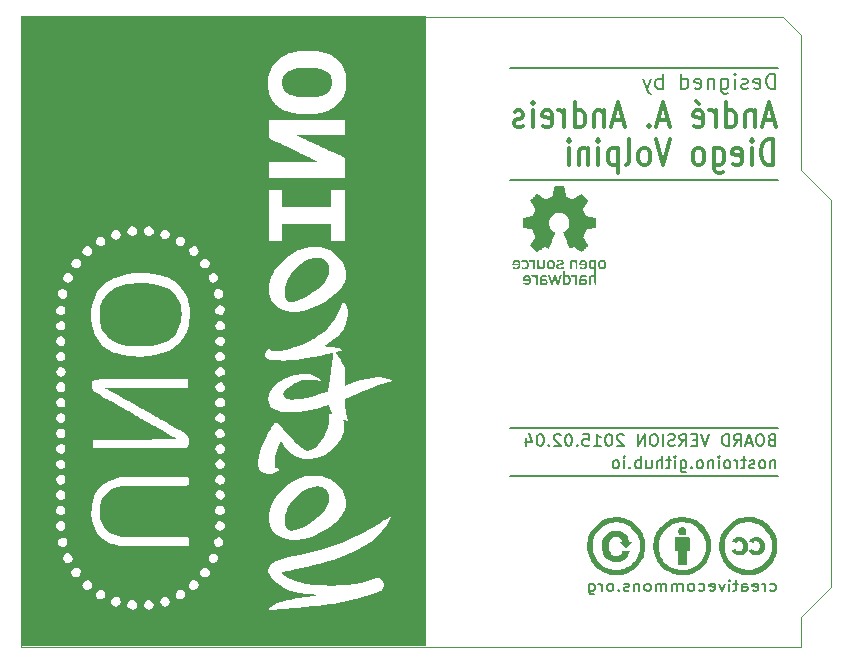
<source format=gbo>
G04 (created by PCBNEW (2013-03-31 BZR 4008)-stable) date 04/02/2015 14:31:49*
%MOIN*%
G04 Gerber Fmt 3.4, Leading zero omitted, Abs format*
%FSLAX34Y34*%
G01*
G70*
G90*
G04 APERTURE LIST*
%ADD10C,0*%
%ADD11C,0.007*%
%ADD12C,0.006*%
%ADD13C,0.014*%
%ADD14C,0.008*%
%ADD15C,0.00393701*%
%ADD16C,0.0001*%
G04 APERTURE END LIST*
G54D10*
G54D11*
X59154Y-48795D02*
X59154Y-49061D01*
X59154Y-48833D02*
X59135Y-48814D01*
X59097Y-48795D01*
X59040Y-48795D01*
X59002Y-48814D01*
X58983Y-48852D01*
X58983Y-49061D01*
X58735Y-49061D02*
X58773Y-49042D01*
X58792Y-49023D01*
X58811Y-48985D01*
X58811Y-48871D01*
X58792Y-48833D01*
X58773Y-48814D01*
X58735Y-48795D01*
X58678Y-48795D01*
X58640Y-48814D01*
X58621Y-48833D01*
X58602Y-48871D01*
X58602Y-48985D01*
X58621Y-49023D01*
X58640Y-49042D01*
X58678Y-49061D01*
X58735Y-49061D01*
X58450Y-49042D02*
X58411Y-49061D01*
X58335Y-49061D01*
X58297Y-49042D01*
X58278Y-49004D01*
X58278Y-48985D01*
X58297Y-48947D01*
X58335Y-48928D01*
X58392Y-48928D01*
X58430Y-48909D01*
X58450Y-48871D01*
X58450Y-48852D01*
X58430Y-48814D01*
X58392Y-48795D01*
X58335Y-48795D01*
X58297Y-48814D01*
X58164Y-48795D02*
X58011Y-48795D01*
X58107Y-48661D02*
X58107Y-49004D01*
X58088Y-49042D01*
X58050Y-49061D01*
X58011Y-49061D01*
X57878Y-49061D02*
X57878Y-48795D01*
X57878Y-48871D02*
X57859Y-48833D01*
X57840Y-48814D01*
X57802Y-48795D01*
X57764Y-48795D01*
X57573Y-49061D02*
X57611Y-49042D01*
X57630Y-49023D01*
X57650Y-48985D01*
X57650Y-48871D01*
X57630Y-48833D01*
X57611Y-48814D01*
X57573Y-48795D01*
X57516Y-48795D01*
X57478Y-48814D01*
X57459Y-48833D01*
X57440Y-48871D01*
X57440Y-48985D01*
X57459Y-49023D01*
X57478Y-49042D01*
X57516Y-49061D01*
X57573Y-49061D01*
X57269Y-49061D02*
X57269Y-48795D01*
X57269Y-48661D02*
X57288Y-48680D01*
X57269Y-48700D01*
X57250Y-48680D01*
X57269Y-48661D01*
X57269Y-48700D01*
X57078Y-48795D02*
X57078Y-49061D01*
X57078Y-48833D02*
X57059Y-48814D01*
X57021Y-48795D01*
X56964Y-48795D01*
X56926Y-48814D01*
X56907Y-48852D01*
X56907Y-49061D01*
X56659Y-49061D02*
X56697Y-49042D01*
X56716Y-49023D01*
X56735Y-48985D01*
X56735Y-48871D01*
X56716Y-48833D01*
X56697Y-48814D01*
X56659Y-48795D01*
X56602Y-48795D01*
X56564Y-48814D01*
X56545Y-48833D01*
X56526Y-48871D01*
X56526Y-48985D01*
X56545Y-49023D01*
X56564Y-49042D01*
X56602Y-49061D01*
X56659Y-49061D01*
X56354Y-49023D02*
X56335Y-49042D01*
X56354Y-49061D01*
X56373Y-49042D01*
X56354Y-49023D01*
X56354Y-49061D01*
X55992Y-48795D02*
X55992Y-49119D01*
X56011Y-49157D01*
X56030Y-49176D01*
X56069Y-49195D01*
X56126Y-49195D01*
X56164Y-49176D01*
X55992Y-49042D02*
X56030Y-49061D01*
X56107Y-49061D01*
X56145Y-49042D01*
X56164Y-49023D01*
X56183Y-48985D01*
X56183Y-48871D01*
X56164Y-48833D01*
X56145Y-48814D01*
X56107Y-48795D01*
X56030Y-48795D01*
X55992Y-48814D01*
X55802Y-49061D02*
X55802Y-48795D01*
X55802Y-48661D02*
X55821Y-48680D01*
X55802Y-48700D01*
X55783Y-48680D01*
X55802Y-48661D01*
X55802Y-48700D01*
X55669Y-48795D02*
X55516Y-48795D01*
X55611Y-48661D02*
X55611Y-49004D01*
X55592Y-49042D01*
X55554Y-49061D01*
X55516Y-49061D01*
X55383Y-49061D02*
X55383Y-48661D01*
X55211Y-49061D02*
X55211Y-48852D01*
X55230Y-48814D01*
X55269Y-48795D01*
X55326Y-48795D01*
X55364Y-48814D01*
X55383Y-48833D01*
X54850Y-48795D02*
X54850Y-49061D01*
X55021Y-48795D02*
X55021Y-49004D01*
X55002Y-49042D01*
X54964Y-49061D01*
X54907Y-49061D01*
X54869Y-49042D01*
X54850Y-49023D01*
X54659Y-49061D02*
X54659Y-48661D01*
X54659Y-48814D02*
X54621Y-48795D01*
X54545Y-48795D01*
X54507Y-48814D01*
X54488Y-48833D01*
X54469Y-48871D01*
X54469Y-48985D01*
X54488Y-49023D01*
X54507Y-49042D01*
X54545Y-49061D01*
X54621Y-49061D01*
X54659Y-49042D01*
X54297Y-49023D02*
X54278Y-49042D01*
X54297Y-49061D01*
X54316Y-49042D01*
X54297Y-49023D01*
X54297Y-49061D01*
X54107Y-49061D02*
X54107Y-48795D01*
X54107Y-48661D02*
X54126Y-48680D01*
X54107Y-48700D01*
X54088Y-48680D01*
X54107Y-48661D01*
X54107Y-48700D01*
X53859Y-49061D02*
X53897Y-49042D01*
X53916Y-49023D01*
X53935Y-48985D01*
X53935Y-48871D01*
X53916Y-48833D01*
X53897Y-48814D01*
X53859Y-48795D01*
X53802Y-48795D01*
X53764Y-48814D01*
X53745Y-48833D01*
X53726Y-48871D01*
X53726Y-48985D01*
X53745Y-49023D01*
X53764Y-49042D01*
X53802Y-49061D01*
X53859Y-49061D01*
X59021Y-48102D02*
X58964Y-48121D01*
X58945Y-48140D01*
X58926Y-48178D01*
X58926Y-48235D01*
X58945Y-48273D01*
X58964Y-48292D01*
X59002Y-48311D01*
X59154Y-48311D01*
X59154Y-47911D01*
X59021Y-47911D01*
X58983Y-47930D01*
X58964Y-47950D01*
X58945Y-47988D01*
X58945Y-48026D01*
X58964Y-48064D01*
X58983Y-48083D01*
X59021Y-48102D01*
X59154Y-48102D01*
X58678Y-47911D02*
X58602Y-47911D01*
X58564Y-47930D01*
X58526Y-47969D01*
X58507Y-48045D01*
X58507Y-48178D01*
X58526Y-48254D01*
X58564Y-48292D01*
X58602Y-48311D01*
X58678Y-48311D01*
X58716Y-48292D01*
X58754Y-48254D01*
X58773Y-48178D01*
X58773Y-48045D01*
X58754Y-47969D01*
X58716Y-47930D01*
X58678Y-47911D01*
X58354Y-48197D02*
X58164Y-48197D01*
X58392Y-48311D02*
X58259Y-47911D01*
X58126Y-48311D01*
X57764Y-48311D02*
X57897Y-48121D01*
X57992Y-48311D02*
X57992Y-47911D01*
X57840Y-47911D01*
X57802Y-47930D01*
X57783Y-47950D01*
X57764Y-47988D01*
X57764Y-48045D01*
X57783Y-48083D01*
X57802Y-48102D01*
X57840Y-48121D01*
X57992Y-48121D01*
X57592Y-48311D02*
X57592Y-47911D01*
X57497Y-47911D01*
X57440Y-47930D01*
X57402Y-47969D01*
X57383Y-48007D01*
X57364Y-48083D01*
X57364Y-48140D01*
X57383Y-48216D01*
X57402Y-48254D01*
X57440Y-48292D01*
X57497Y-48311D01*
X57592Y-48311D01*
X56945Y-47911D02*
X56811Y-48311D01*
X56678Y-47911D01*
X56545Y-48102D02*
X56411Y-48102D01*
X56354Y-48311D02*
X56545Y-48311D01*
X56545Y-47911D01*
X56354Y-47911D01*
X55954Y-48311D02*
X56088Y-48121D01*
X56183Y-48311D02*
X56183Y-47911D01*
X56030Y-47911D01*
X55992Y-47930D01*
X55973Y-47950D01*
X55954Y-47988D01*
X55954Y-48045D01*
X55973Y-48083D01*
X55992Y-48102D01*
X56030Y-48121D01*
X56183Y-48121D01*
X55802Y-48292D02*
X55745Y-48311D01*
X55650Y-48311D01*
X55611Y-48292D01*
X55592Y-48273D01*
X55573Y-48235D01*
X55573Y-48197D01*
X55592Y-48159D01*
X55611Y-48140D01*
X55650Y-48121D01*
X55726Y-48102D01*
X55764Y-48083D01*
X55783Y-48064D01*
X55802Y-48026D01*
X55802Y-47988D01*
X55783Y-47950D01*
X55764Y-47930D01*
X55726Y-47911D01*
X55630Y-47911D01*
X55573Y-47930D01*
X55402Y-48311D02*
X55402Y-47911D01*
X55135Y-47911D02*
X55059Y-47911D01*
X55021Y-47930D01*
X54983Y-47969D01*
X54964Y-48045D01*
X54964Y-48178D01*
X54983Y-48254D01*
X55021Y-48292D01*
X55059Y-48311D01*
X55135Y-48311D01*
X55173Y-48292D01*
X55211Y-48254D01*
X55230Y-48178D01*
X55230Y-48045D01*
X55211Y-47969D01*
X55173Y-47930D01*
X55135Y-47911D01*
X54792Y-48311D02*
X54792Y-47911D01*
X54564Y-48311D01*
X54564Y-47911D01*
X54088Y-47950D02*
X54069Y-47930D01*
X54030Y-47911D01*
X53935Y-47911D01*
X53897Y-47930D01*
X53878Y-47950D01*
X53859Y-47988D01*
X53859Y-48026D01*
X53878Y-48083D01*
X54107Y-48311D01*
X53859Y-48311D01*
X53611Y-47911D02*
X53573Y-47911D01*
X53535Y-47930D01*
X53516Y-47950D01*
X53497Y-47988D01*
X53478Y-48064D01*
X53478Y-48159D01*
X53497Y-48235D01*
X53516Y-48273D01*
X53535Y-48292D01*
X53573Y-48311D01*
X53611Y-48311D01*
X53650Y-48292D01*
X53669Y-48273D01*
X53688Y-48235D01*
X53707Y-48159D01*
X53707Y-48064D01*
X53688Y-47988D01*
X53669Y-47950D01*
X53650Y-47930D01*
X53611Y-47911D01*
X53097Y-48311D02*
X53326Y-48311D01*
X53211Y-48311D02*
X53211Y-47911D01*
X53250Y-47969D01*
X53288Y-48007D01*
X53326Y-48026D01*
X52735Y-47911D02*
X52926Y-47911D01*
X52945Y-48102D01*
X52926Y-48083D01*
X52888Y-48064D01*
X52792Y-48064D01*
X52754Y-48083D01*
X52735Y-48102D01*
X52716Y-48140D01*
X52716Y-48235D01*
X52735Y-48273D01*
X52754Y-48292D01*
X52792Y-48311D01*
X52888Y-48311D01*
X52926Y-48292D01*
X52945Y-48273D01*
X52545Y-48273D02*
X52526Y-48292D01*
X52545Y-48311D01*
X52564Y-48292D01*
X52545Y-48273D01*
X52545Y-48311D01*
X52278Y-47911D02*
X52240Y-47911D01*
X52202Y-47930D01*
X52183Y-47950D01*
X52164Y-47988D01*
X52145Y-48064D01*
X52145Y-48159D01*
X52164Y-48235D01*
X52183Y-48273D01*
X52202Y-48292D01*
X52240Y-48311D01*
X52278Y-48311D01*
X52316Y-48292D01*
X52335Y-48273D01*
X52354Y-48235D01*
X52373Y-48159D01*
X52373Y-48064D01*
X52354Y-47988D01*
X52335Y-47950D01*
X52316Y-47930D01*
X52278Y-47911D01*
X51992Y-47950D02*
X51973Y-47930D01*
X51935Y-47911D01*
X51840Y-47911D01*
X51802Y-47930D01*
X51783Y-47950D01*
X51764Y-47988D01*
X51764Y-48026D01*
X51783Y-48083D01*
X52011Y-48311D01*
X51764Y-48311D01*
X51592Y-48273D02*
X51573Y-48292D01*
X51592Y-48311D01*
X51611Y-48292D01*
X51592Y-48273D01*
X51592Y-48311D01*
X51326Y-47911D02*
X51288Y-47911D01*
X51250Y-47930D01*
X51230Y-47950D01*
X51211Y-47988D01*
X51192Y-48064D01*
X51192Y-48159D01*
X51211Y-48235D01*
X51230Y-48273D01*
X51250Y-48292D01*
X51288Y-48311D01*
X51326Y-48311D01*
X51364Y-48292D01*
X51383Y-48273D01*
X51402Y-48235D01*
X51421Y-48159D01*
X51421Y-48064D01*
X51402Y-47988D01*
X51383Y-47950D01*
X51364Y-47930D01*
X51326Y-47911D01*
X50850Y-48045D02*
X50850Y-48311D01*
X50945Y-47892D02*
X51040Y-48178D01*
X50792Y-48178D01*
G54D12*
X59250Y-47700D02*
X50300Y-47700D01*
X59250Y-49300D02*
X50300Y-49300D01*
X58980Y-53125D02*
X59019Y-53141D01*
X59096Y-53141D01*
X59134Y-53125D01*
X59153Y-53108D01*
X59173Y-53075D01*
X59173Y-52975D01*
X59153Y-52941D01*
X59134Y-52925D01*
X59096Y-52908D01*
X59019Y-52908D01*
X58980Y-52925D01*
X58807Y-53141D02*
X58807Y-52908D01*
X58807Y-52975D02*
X58788Y-52941D01*
X58769Y-52925D01*
X58730Y-52908D01*
X58692Y-52908D01*
X58403Y-53125D02*
X58442Y-53141D01*
X58518Y-53141D01*
X58557Y-53125D01*
X58576Y-53091D01*
X58576Y-52958D01*
X58557Y-52925D01*
X58518Y-52908D01*
X58442Y-52908D01*
X58403Y-52925D01*
X58384Y-52958D01*
X58384Y-52991D01*
X58576Y-53025D01*
X58037Y-53141D02*
X58037Y-52958D01*
X58057Y-52925D01*
X58095Y-52908D01*
X58172Y-52908D01*
X58211Y-52925D01*
X58037Y-53125D02*
X58076Y-53141D01*
X58172Y-53141D01*
X58211Y-53125D01*
X58230Y-53091D01*
X58230Y-53058D01*
X58211Y-53025D01*
X58172Y-53008D01*
X58076Y-53008D01*
X58037Y-52991D01*
X57903Y-52908D02*
X57749Y-52908D01*
X57845Y-52791D02*
X57845Y-53091D01*
X57826Y-53125D01*
X57787Y-53141D01*
X57749Y-53141D01*
X57614Y-53141D02*
X57614Y-52908D01*
X57614Y-52791D02*
X57634Y-52808D01*
X57614Y-52825D01*
X57595Y-52808D01*
X57614Y-52791D01*
X57614Y-52825D01*
X57460Y-52908D02*
X57364Y-53141D01*
X57268Y-52908D01*
X56960Y-53125D02*
X56999Y-53141D01*
X57076Y-53141D01*
X57114Y-53125D01*
X57133Y-53091D01*
X57133Y-52958D01*
X57114Y-52925D01*
X57076Y-52908D01*
X56999Y-52908D01*
X56960Y-52925D01*
X56941Y-52958D01*
X56941Y-52991D01*
X57133Y-53025D01*
X56595Y-53125D02*
X56633Y-53141D01*
X56710Y-53141D01*
X56749Y-53125D01*
X56768Y-53108D01*
X56787Y-53075D01*
X56787Y-52975D01*
X56768Y-52941D01*
X56749Y-52925D01*
X56710Y-52908D01*
X56633Y-52908D01*
X56595Y-52925D01*
X56364Y-53141D02*
X56402Y-53125D01*
X56421Y-53108D01*
X56441Y-53075D01*
X56441Y-52975D01*
X56421Y-52941D01*
X56402Y-52925D01*
X56364Y-52908D01*
X56306Y-52908D01*
X56268Y-52925D01*
X56248Y-52941D01*
X56229Y-52975D01*
X56229Y-53075D01*
X56248Y-53108D01*
X56268Y-53125D01*
X56306Y-53141D01*
X56364Y-53141D01*
X56056Y-53141D02*
X56056Y-52908D01*
X56056Y-52941D02*
X56037Y-52925D01*
X55998Y-52908D01*
X55941Y-52908D01*
X55902Y-52925D01*
X55883Y-52958D01*
X55883Y-53141D01*
X55883Y-52958D02*
X55864Y-52925D01*
X55825Y-52908D01*
X55767Y-52908D01*
X55729Y-52925D01*
X55710Y-52958D01*
X55710Y-53141D01*
X55517Y-53141D02*
X55517Y-52908D01*
X55517Y-52941D02*
X55498Y-52925D01*
X55460Y-52908D01*
X55402Y-52908D01*
X55363Y-52925D01*
X55344Y-52958D01*
X55344Y-53141D01*
X55344Y-52958D02*
X55325Y-52925D01*
X55286Y-52908D01*
X55229Y-52908D01*
X55190Y-52925D01*
X55171Y-52958D01*
X55171Y-53141D01*
X54921Y-53141D02*
X54959Y-53125D01*
X54979Y-53108D01*
X54998Y-53075D01*
X54998Y-52975D01*
X54979Y-52941D01*
X54959Y-52925D01*
X54921Y-52908D01*
X54863Y-52908D01*
X54825Y-52925D01*
X54806Y-52941D01*
X54786Y-52975D01*
X54786Y-53075D01*
X54806Y-53108D01*
X54825Y-53125D01*
X54863Y-53141D01*
X54921Y-53141D01*
X54613Y-52908D02*
X54613Y-53141D01*
X54613Y-52941D02*
X54594Y-52925D01*
X54555Y-52908D01*
X54498Y-52908D01*
X54459Y-52925D01*
X54440Y-52958D01*
X54440Y-53141D01*
X54267Y-53125D02*
X54228Y-53141D01*
X54151Y-53141D01*
X54113Y-53125D01*
X54094Y-53091D01*
X54094Y-53075D01*
X54113Y-53041D01*
X54151Y-53025D01*
X54209Y-53025D01*
X54248Y-53008D01*
X54267Y-52975D01*
X54267Y-52958D01*
X54248Y-52925D01*
X54209Y-52908D01*
X54151Y-52908D01*
X54113Y-52925D01*
X53921Y-53108D02*
X53901Y-53125D01*
X53921Y-53141D01*
X53940Y-53125D01*
X53921Y-53108D01*
X53921Y-53141D01*
X53670Y-53141D02*
X53709Y-53125D01*
X53728Y-53108D01*
X53747Y-53075D01*
X53747Y-52975D01*
X53728Y-52941D01*
X53709Y-52925D01*
X53670Y-52908D01*
X53613Y-52908D01*
X53574Y-52925D01*
X53555Y-52941D01*
X53536Y-52975D01*
X53536Y-53075D01*
X53555Y-53108D01*
X53574Y-53125D01*
X53613Y-53141D01*
X53670Y-53141D01*
X53363Y-53141D02*
X53363Y-52908D01*
X53363Y-52975D02*
X53343Y-52941D01*
X53324Y-52925D01*
X53286Y-52908D01*
X53247Y-52908D01*
X52939Y-52908D02*
X52939Y-53191D01*
X52959Y-53225D01*
X52978Y-53241D01*
X53016Y-53258D01*
X53074Y-53258D01*
X53113Y-53241D01*
X52939Y-53125D02*
X52978Y-53141D01*
X53055Y-53141D01*
X53093Y-53125D01*
X53113Y-53108D01*
X53132Y-53075D01*
X53132Y-52975D01*
X53113Y-52941D01*
X53093Y-52925D01*
X53055Y-52908D01*
X52978Y-52908D01*
X52939Y-52925D01*
X59250Y-39450D02*
X50300Y-39450D01*
X59250Y-35700D02*
X50300Y-35700D01*
G54D13*
X59078Y-38944D02*
X59078Y-38094D01*
X58907Y-38094D01*
X58804Y-38134D01*
X58735Y-38215D01*
X58701Y-38296D01*
X58667Y-38458D01*
X58667Y-38579D01*
X58701Y-38741D01*
X58735Y-38822D01*
X58804Y-38903D01*
X58907Y-38944D01*
X59078Y-38944D01*
X58358Y-38944D02*
X58358Y-38377D01*
X58358Y-38094D02*
X58392Y-38134D01*
X58358Y-38175D01*
X58324Y-38134D01*
X58358Y-38094D01*
X58358Y-38175D01*
X57741Y-38903D02*
X57810Y-38944D01*
X57947Y-38944D01*
X58015Y-38903D01*
X58050Y-38822D01*
X58050Y-38498D01*
X58015Y-38417D01*
X57947Y-38377D01*
X57810Y-38377D01*
X57741Y-38417D01*
X57707Y-38498D01*
X57707Y-38579D01*
X58050Y-38660D01*
X57090Y-38377D02*
X57090Y-39065D01*
X57124Y-39146D01*
X57158Y-39186D01*
X57227Y-39227D01*
X57330Y-39227D01*
X57398Y-39186D01*
X57090Y-38903D02*
X57158Y-38944D01*
X57295Y-38944D01*
X57364Y-38903D01*
X57398Y-38863D01*
X57432Y-38782D01*
X57432Y-38539D01*
X57398Y-38458D01*
X57364Y-38417D01*
X57295Y-38377D01*
X57158Y-38377D01*
X57090Y-38417D01*
X56644Y-38944D02*
X56712Y-38903D01*
X56747Y-38863D01*
X56781Y-38782D01*
X56781Y-38539D01*
X56747Y-38458D01*
X56712Y-38417D01*
X56644Y-38377D01*
X56541Y-38377D01*
X56472Y-38417D01*
X56438Y-38458D01*
X56404Y-38539D01*
X56404Y-38782D01*
X56438Y-38863D01*
X56472Y-38903D01*
X56541Y-38944D01*
X56644Y-38944D01*
X55650Y-38094D02*
X55410Y-38944D01*
X55170Y-38094D01*
X54827Y-38944D02*
X54895Y-38903D01*
X54929Y-38863D01*
X54964Y-38782D01*
X54964Y-38539D01*
X54929Y-38458D01*
X54895Y-38417D01*
X54827Y-38377D01*
X54724Y-38377D01*
X54655Y-38417D01*
X54621Y-38458D01*
X54587Y-38539D01*
X54587Y-38782D01*
X54621Y-38863D01*
X54655Y-38903D01*
X54724Y-38944D01*
X54827Y-38944D01*
X54175Y-38944D02*
X54244Y-38903D01*
X54278Y-38822D01*
X54278Y-38094D01*
X53901Y-38377D02*
X53901Y-39227D01*
X53901Y-38417D02*
X53832Y-38377D01*
X53695Y-38377D01*
X53627Y-38417D01*
X53592Y-38458D01*
X53558Y-38539D01*
X53558Y-38782D01*
X53592Y-38863D01*
X53627Y-38903D01*
X53695Y-38944D01*
X53832Y-38944D01*
X53901Y-38903D01*
X53249Y-38944D02*
X53249Y-38377D01*
X53249Y-38094D02*
X53284Y-38134D01*
X53249Y-38175D01*
X53215Y-38134D01*
X53249Y-38094D01*
X53249Y-38175D01*
X52907Y-38377D02*
X52907Y-38944D01*
X52907Y-38458D02*
X52872Y-38417D01*
X52804Y-38377D01*
X52701Y-38377D01*
X52632Y-38417D01*
X52598Y-38498D01*
X52598Y-38944D01*
X52255Y-38944D02*
X52255Y-38377D01*
X52255Y-38094D02*
X52289Y-38134D01*
X52255Y-38175D01*
X52221Y-38134D01*
X52255Y-38094D01*
X52255Y-38175D01*
X59112Y-37451D02*
X58770Y-37451D01*
X59181Y-37694D02*
X58941Y-36844D01*
X58701Y-37694D01*
X58461Y-37127D02*
X58461Y-37694D01*
X58461Y-37208D02*
X58427Y-37167D01*
X58358Y-37127D01*
X58255Y-37127D01*
X58187Y-37167D01*
X58152Y-37248D01*
X58152Y-37694D01*
X57501Y-37694D02*
X57501Y-36844D01*
X57501Y-37653D02*
X57569Y-37694D01*
X57707Y-37694D01*
X57775Y-37653D01*
X57809Y-37613D01*
X57844Y-37532D01*
X57844Y-37289D01*
X57809Y-37208D01*
X57775Y-37167D01*
X57707Y-37127D01*
X57569Y-37127D01*
X57501Y-37167D01*
X57158Y-37694D02*
X57158Y-37127D01*
X57158Y-37289D02*
X57124Y-37208D01*
X57089Y-37167D01*
X57021Y-37127D01*
X56952Y-37127D01*
X56438Y-37653D02*
X56507Y-37694D01*
X56644Y-37694D01*
X56712Y-37653D01*
X56747Y-37572D01*
X56747Y-37248D01*
X56712Y-37167D01*
X56644Y-37127D01*
X56507Y-37127D01*
X56438Y-37167D01*
X56404Y-37248D01*
X56404Y-37329D01*
X56747Y-37410D01*
X56507Y-36803D02*
X56609Y-36925D01*
X55581Y-37451D02*
X55238Y-37451D01*
X55650Y-37694D02*
X55410Y-36844D01*
X55170Y-37694D01*
X54929Y-37613D02*
X54895Y-37653D01*
X54929Y-37694D01*
X54964Y-37653D01*
X54929Y-37613D01*
X54929Y-37694D01*
X54072Y-37451D02*
X53730Y-37451D01*
X54141Y-37694D02*
X53901Y-36844D01*
X53661Y-37694D01*
X53421Y-37127D02*
X53421Y-37694D01*
X53421Y-37208D02*
X53387Y-37167D01*
X53318Y-37127D01*
X53215Y-37127D01*
X53147Y-37167D01*
X53112Y-37248D01*
X53112Y-37694D01*
X52461Y-37694D02*
X52461Y-36844D01*
X52461Y-37653D02*
X52529Y-37694D01*
X52667Y-37694D01*
X52735Y-37653D01*
X52769Y-37613D01*
X52804Y-37532D01*
X52804Y-37289D01*
X52769Y-37208D01*
X52735Y-37167D01*
X52667Y-37127D01*
X52529Y-37127D01*
X52461Y-37167D01*
X52118Y-37694D02*
X52118Y-37127D01*
X52118Y-37289D02*
X52084Y-37208D01*
X52049Y-37167D01*
X51981Y-37127D01*
X51912Y-37127D01*
X51398Y-37653D02*
X51467Y-37694D01*
X51604Y-37694D01*
X51672Y-37653D01*
X51707Y-37572D01*
X51707Y-37248D01*
X51672Y-37167D01*
X51604Y-37127D01*
X51467Y-37127D01*
X51398Y-37167D01*
X51364Y-37248D01*
X51364Y-37329D01*
X51707Y-37410D01*
X51055Y-37694D02*
X51055Y-37127D01*
X51055Y-36844D02*
X51089Y-36884D01*
X51055Y-36925D01*
X51021Y-36884D01*
X51055Y-36844D01*
X51055Y-36925D01*
X50747Y-37653D02*
X50678Y-37694D01*
X50541Y-37694D01*
X50472Y-37653D01*
X50438Y-37572D01*
X50438Y-37532D01*
X50472Y-37451D01*
X50541Y-37410D01*
X50644Y-37410D01*
X50712Y-37370D01*
X50747Y-37289D01*
X50747Y-37248D01*
X50712Y-37167D01*
X50644Y-37127D01*
X50541Y-37127D01*
X50472Y-37167D01*
G54D14*
X59130Y-36402D02*
X59130Y-35902D01*
X59011Y-35902D01*
X58940Y-35926D01*
X58892Y-35973D01*
X58869Y-36021D01*
X58845Y-36116D01*
X58845Y-36188D01*
X58869Y-36283D01*
X58892Y-36330D01*
X58940Y-36378D01*
X59011Y-36402D01*
X59130Y-36402D01*
X58440Y-36378D02*
X58488Y-36402D01*
X58583Y-36402D01*
X58630Y-36378D01*
X58654Y-36330D01*
X58654Y-36140D01*
X58630Y-36092D01*
X58583Y-36069D01*
X58488Y-36069D01*
X58440Y-36092D01*
X58416Y-36140D01*
X58416Y-36188D01*
X58654Y-36235D01*
X58226Y-36378D02*
X58178Y-36402D01*
X58083Y-36402D01*
X58035Y-36378D01*
X58011Y-36330D01*
X58011Y-36307D01*
X58035Y-36259D01*
X58083Y-36235D01*
X58154Y-36235D01*
X58202Y-36211D01*
X58226Y-36164D01*
X58226Y-36140D01*
X58202Y-36092D01*
X58154Y-36069D01*
X58083Y-36069D01*
X58035Y-36092D01*
X57797Y-36402D02*
X57797Y-36069D01*
X57797Y-35902D02*
X57821Y-35926D01*
X57797Y-35950D01*
X57773Y-35926D01*
X57797Y-35902D01*
X57797Y-35950D01*
X57345Y-36069D02*
X57345Y-36473D01*
X57369Y-36521D01*
X57392Y-36545D01*
X57440Y-36569D01*
X57511Y-36569D01*
X57559Y-36545D01*
X57345Y-36378D02*
X57392Y-36402D01*
X57488Y-36402D01*
X57535Y-36378D01*
X57559Y-36354D01*
X57583Y-36307D01*
X57583Y-36164D01*
X57559Y-36116D01*
X57535Y-36092D01*
X57488Y-36069D01*
X57392Y-36069D01*
X57345Y-36092D01*
X57107Y-36069D02*
X57107Y-36402D01*
X57107Y-36116D02*
X57083Y-36092D01*
X57035Y-36069D01*
X56964Y-36069D01*
X56916Y-36092D01*
X56892Y-36140D01*
X56892Y-36402D01*
X56464Y-36378D02*
X56511Y-36402D01*
X56607Y-36402D01*
X56654Y-36378D01*
X56678Y-36330D01*
X56678Y-36140D01*
X56654Y-36092D01*
X56607Y-36069D01*
X56511Y-36069D01*
X56464Y-36092D01*
X56440Y-36140D01*
X56440Y-36188D01*
X56678Y-36235D01*
X56011Y-36402D02*
X56011Y-35902D01*
X56011Y-36378D02*
X56059Y-36402D01*
X56154Y-36402D01*
X56202Y-36378D01*
X56226Y-36354D01*
X56250Y-36307D01*
X56250Y-36164D01*
X56226Y-36116D01*
X56202Y-36092D01*
X56154Y-36069D01*
X56059Y-36069D01*
X56011Y-36092D01*
X55392Y-36402D02*
X55392Y-35902D01*
X55392Y-36092D02*
X55345Y-36069D01*
X55250Y-36069D01*
X55202Y-36092D01*
X55178Y-36116D01*
X55154Y-36164D01*
X55154Y-36307D01*
X55178Y-36354D01*
X55202Y-36378D01*
X55250Y-36402D01*
X55345Y-36402D01*
X55392Y-36378D01*
X54988Y-36069D02*
X54869Y-36402D01*
X54750Y-36069D02*
X54869Y-36402D01*
X54916Y-36521D01*
X54940Y-36545D01*
X54988Y-36569D01*
G54D15*
X34000Y-34000D02*
X34000Y-55000D01*
X59400Y-34000D02*
X34000Y-34000D01*
X60000Y-34600D02*
X59400Y-34000D01*
X60000Y-39100D02*
X60000Y-34600D01*
X61000Y-40100D02*
X60000Y-39100D01*
X61000Y-53000D02*
X61000Y-40100D01*
X60000Y-54000D02*
X61000Y-53000D01*
X60000Y-55000D02*
X60000Y-54000D01*
X34000Y-55000D02*
X60000Y-55000D01*
G54D16*
G36*
X52619Y-42938D02*
X52650Y-42938D01*
X52681Y-42938D01*
X52681Y-42924D01*
X52681Y-42820D01*
X52681Y-42799D01*
X52727Y-42799D01*
X52758Y-42800D01*
X52781Y-42802D01*
X52798Y-42807D01*
X52809Y-42814D01*
X52815Y-42823D01*
X52818Y-42836D01*
X52818Y-42840D01*
X52815Y-42856D01*
X52807Y-42867D01*
X52794Y-42875D01*
X52782Y-42878D01*
X52766Y-42880D01*
X52747Y-42881D01*
X52729Y-42880D01*
X52714Y-42878D01*
X52706Y-42876D01*
X52694Y-42866D01*
X52686Y-42850D01*
X52681Y-42830D01*
X52681Y-42820D01*
X52681Y-42924D01*
X52682Y-42913D01*
X52686Y-42910D01*
X52691Y-42914D01*
X52693Y-42918D01*
X52702Y-42926D01*
X52716Y-42933D01*
X52736Y-42937D01*
X52757Y-42940D01*
X52780Y-42939D01*
X52792Y-42938D01*
X52813Y-42932D01*
X52834Y-42922D01*
X52850Y-42911D01*
X52854Y-42907D01*
X52867Y-42888D01*
X52875Y-42864D01*
X52877Y-42840D01*
X52877Y-42836D01*
X52873Y-42812D01*
X52864Y-42792D01*
X52851Y-42777D01*
X52841Y-42768D01*
X52832Y-42762D01*
X52822Y-42757D01*
X52809Y-42754D01*
X52792Y-42752D01*
X52769Y-42750D01*
X52749Y-42750D01*
X52683Y-42748D01*
X52682Y-42727D01*
X52683Y-42707D01*
X52688Y-42691D01*
X52697Y-42680D01*
X52698Y-42679D01*
X52714Y-42674D01*
X52734Y-42671D01*
X52755Y-42671D01*
X52775Y-42673D01*
X52792Y-42678D01*
X52802Y-42684D01*
X52812Y-42693D01*
X52837Y-42675D01*
X52862Y-42656D01*
X52849Y-42644D01*
X52826Y-42627D01*
X52798Y-42616D01*
X52766Y-42611D01*
X52732Y-42611D01*
X52697Y-42617D01*
X52669Y-42628D01*
X52647Y-42643D01*
X52631Y-42662D01*
X52624Y-42682D01*
X52623Y-42692D01*
X52621Y-42709D01*
X52620Y-42733D01*
X52620Y-42764D01*
X52619Y-42799D01*
X52619Y-42819D01*
X52619Y-42938D01*
X52619Y-42938D01*
X52619Y-42938D01*
G37*
G36*
X52065Y-42938D02*
X52096Y-42938D01*
X52127Y-42938D01*
X52127Y-42922D01*
X52127Y-42912D01*
X52128Y-42906D01*
X52129Y-42906D01*
X52130Y-42906D01*
X52130Y-42780D01*
X52130Y-42767D01*
X52132Y-42735D01*
X52137Y-42711D01*
X52146Y-42693D01*
X52160Y-42682D01*
X52178Y-42676D01*
X52194Y-42674D01*
X52215Y-42676D01*
X52231Y-42683D01*
X52244Y-42694D01*
X52252Y-42711D01*
X52257Y-42734D01*
X52259Y-42765D01*
X52259Y-42774D01*
X52258Y-42802D01*
X52257Y-42823D01*
X52253Y-42839D01*
X52247Y-42851D01*
X52239Y-42860D01*
X52238Y-42861D01*
X52229Y-42869D01*
X52221Y-42874D01*
X52210Y-42876D01*
X52196Y-42876D01*
X52188Y-42876D01*
X52174Y-42875D01*
X52164Y-42872D01*
X52157Y-42868D01*
X52149Y-42859D01*
X52149Y-42859D01*
X52141Y-42849D01*
X52136Y-42837D01*
X52132Y-42823D01*
X52130Y-42804D01*
X52130Y-42780D01*
X52130Y-42906D01*
X52133Y-42908D01*
X52141Y-42913D01*
X52147Y-42918D01*
X52174Y-42933D01*
X52203Y-42939D01*
X52234Y-42938D01*
X52256Y-42933D01*
X52274Y-42923D01*
X52291Y-42907D01*
X52294Y-42904D01*
X52303Y-42892D01*
X52310Y-42880D01*
X52315Y-42866D01*
X52319Y-42849D01*
X52321Y-42827D01*
X52322Y-42801D01*
X52323Y-42759D01*
X52322Y-42723D01*
X52317Y-42695D01*
X52309Y-42671D01*
X52299Y-42652D01*
X52284Y-42637D01*
X52271Y-42628D01*
X52243Y-42616D01*
X52215Y-42612D01*
X52187Y-42615D01*
X52159Y-42627D01*
X52148Y-42634D01*
X52138Y-42642D01*
X52131Y-42646D01*
X52129Y-42647D01*
X52128Y-42643D01*
X52127Y-42632D01*
X52127Y-42615D01*
X52127Y-42594D01*
X52127Y-42570D01*
X52127Y-42565D01*
X52127Y-42483D01*
X52096Y-42483D01*
X52065Y-42483D01*
X52065Y-42711D01*
X52065Y-42938D01*
X52065Y-42938D01*
X52065Y-42938D01*
G37*
G36*
X51301Y-42938D02*
X51332Y-42938D01*
X51363Y-42938D01*
X51363Y-42924D01*
X51364Y-42913D01*
X51365Y-42912D01*
X51365Y-42801D01*
X51410Y-42800D01*
X51439Y-42800D01*
X51460Y-42802D01*
X51476Y-42806D01*
X51488Y-42813D01*
X51496Y-42820D01*
X51501Y-42834D01*
X51500Y-42849D01*
X51492Y-42863D01*
X51482Y-42872D01*
X51468Y-42877D01*
X51449Y-42881D01*
X51428Y-42882D01*
X51408Y-42880D01*
X51390Y-42876D01*
X51384Y-42873D01*
X51376Y-42867D01*
X51371Y-42859D01*
X51368Y-42848D01*
X51366Y-42831D01*
X51366Y-42824D01*
X51365Y-42801D01*
X51365Y-42912D01*
X51367Y-42910D01*
X51374Y-42914D01*
X51379Y-42920D01*
X51394Y-42930D01*
X51414Y-42937D01*
X51439Y-42940D01*
X51466Y-42939D01*
X51472Y-42938D01*
X51499Y-42931D01*
X51523Y-42918D01*
X51541Y-42900D01*
X51554Y-42879D01*
X51556Y-42875D01*
X51559Y-42860D01*
X51559Y-42841D01*
X51559Y-42833D01*
X51554Y-42807D01*
X51542Y-42786D01*
X51524Y-42769D01*
X51516Y-42763D01*
X51508Y-42759D01*
X51501Y-42756D01*
X51492Y-42753D01*
X51482Y-42752D01*
X51466Y-42751D01*
X51446Y-42750D01*
X51430Y-42750D01*
X51365Y-42748D01*
X51364Y-42732D01*
X51364Y-42710D01*
X51371Y-42692D01*
X51382Y-42680D01*
X51386Y-42678D01*
X51401Y-42673D01*
X51420Y-42671D01*
X51439Y-42671D01*
X51458Y-42673D01*
X51474Y-42677D01*
X51486Y-42683D01*
X51491Y-42689D01*
X51494Y-42690D01*
X51502Y-42687D01*
X51515Y-42679D01*
X51533Y-42665D01*
X51534Y-42664D01*
X51541Y-42658D01*
X51541Y-42653D01*
X51537Y-42648D01*
X51524Y-42635D01*
X51504Y-42624D01*
X51479Y-42616D01*
X51451Y-42612D01*
X51422Y-42611D01*
X51400Y-42613D01*
X51368Y-42621D01*
X51342Y-42633D01*
X51323Y-42651D01*
X51310Y-42673D01*
X51305Y-42692D01*
X51304Y-42702D01*
X51303Y-42719D01*
X51302Y-42741D01*
X51302Y-42767D01*
X51301Y-42797D01*
X51301Y-42826D01*
X51301Y-42938D01*
X51301Y-42938D01*
X51301Y-42938D01*
G37*
G36*
X50739Y-42799D02*
X50804Y-42799D01*
X50804Y-42750D01*
X50804Y-42738D01*
X50807Y-42724D01*
X50814Y-42708D01*
X50823Y-42693D01*
X50833Y-42683D01*
X50833Y-42683D01*
X50853Y-42673D01*
X50875Y-42670D01*
X50896Y-42674D01*
X50915Y-42683D01*
X50930Y-42699D01*
X50940Y-42721D01*
X50942Y-42732D01*
X50945Y-42750D01*
X50875Y-42750D01*
X50804Y-42750D01*
X50804Y-42799D01*
X50841Y-42799D01*
X50874Y-42799D01*
X50899Y-42799D01*
X50917Y-42799D01*
X50930Y-42800D01*
X50939Y-42802D01*
X50943Y-42805D01*
X50944Y-42810D01*
X50943Y-42816D01*
X50941Y-42824D01*
X50940Y-42829D01*
X50931Y-42847D01*
X50918Y-42863D01*
X50903Y-42874D01*
X50896Y-42877D01*
X50873Y-42881D01*
X50847Y-42879D01*
X50823Y-42871D01*
X50813Y-42865D01*
X50791Y-42852D01*
X50771Y-42870D01*
X50761Y-42879D01*
X50753Y-42886D01*
X50751Y-42890D01*
X50754Y-42894D01*
X50761Y-42901D01*
X50768Y-42907D01*
X50794Y-42924D01*
X50825Y-42935D01*
X50859Y-42940D01*
X50892Y-42938D01*
X50923Y-42930D01*
X50949Y-42915D01*
X50971Y-42894D01*
X50988Y-42867D01*
X50999Y-42835D01*
X51005Y-42797D01*
X51005Y-42776D01*
X51003Y-42737D01*
X50994Y-42702D01*
X50980Y-42672D01*
X50962Y-42648D01*
X50939Y-42629D01*
X50913Y-42617D01*
X50884Y-42611D01*
X50852Y-42613D01*
X50847Y-42614D01*
X50825Y-42620D01*
X50808Y-42627D01*
X50792Y-42638D01*
X50783Y-42646D01*
X50766Y-42665D01*
X50754Y-42688D01*
X50745Y-42717D01*
X50740Y-42752D01*
X50739Y-42781D01*
X50739Y-42799D01*
X50739Y-42799D01*
X50739Y-42799D01*
G37*
G36*
X52927Y-42938D02*
X52958Y-42938D01*
X52988Y-42938D01*
X52990Y-42829D01*
X52990Y-42796D01*
X52990Y-42770D01*
X52991Y-42750D01*
X52992Y-42735D01*
X52993Y-42725D01*
X52994Y-42717D01*
X52996Y-42711D01*
X52998Y-42707D01*
X53000Y-42704D01*
X53015Y-42687D01*
X53034Y-42677D01*
X53057Y-42674D01*
X53058Y-42674D01*
X53078Y-42677D01*
X53093Y-42685D01*
X53108Y-42699D01*
X53110Y-42702D01*
X53112Y-42706D01*
X53114Y-42710D01*
X53116Y-42716D01*
X53117Y-42725D01*
X53118Y-42738D01*
X53118Y-42755D01*
X53119Y-42778D01*
X53119Y-42807D01*
X53119Y-42826D01*
X53121Y-42938D01*
X53153Y-42938D01*
X53186Y-42938D01*
X53186Y-42520D01*
X53186Y-42101D01*
X53153Y-42101D01*
X53120Y-42101D01*
X53120Y-42118D01*
X53120Y-42135D01*
X53109Y-42124D01*
X53088Y-42109D01*
X53062Y-42100D01*
X53035Y-42097D01*
X53008Y-42100D01*
X52991Y-42106D01*
X52971Y-42119D01*
X52953Y-42136D01*
X52940Y-42156D01*
X52935Y-42168D01*
X52932Y-42180D01*
X52931Y-42197D01*
X52930Y-42220D01*
X52929Y-42245D01*
X52929Y-42272D01*
X52930Y-42298D01*
X52931Y-42321D01*
X52932Y-42340D01*
X52934Y-42353D01*
X52935Y-42355D01*
X52943Y-42371D01*
X52956Y-42388D01*
X52972Y-42404D01*
X52989Y-42416D01*
X52991Y-42416D01*
X52991Y-42270D01*
X52991Y-42261D01*
X52992Y-42232D01*
X52994Y-42211D01*
X52998Y-42194D01*
X53005Y-42182D01*
X53015Y-42172D01*
X53018Y-42169D01*
X53035Y-42162D01*
X53055Y-42159D01*
X53075Y-42162D01*
X53086Y-42166D01*
X53098Y-42173D01*
X53106Y-42181D01*
X53112Y-42192D01*
X53116Y-42208D01*
X53117Y-42228D01*
X53118Y-42255D01*
X53118Y-42263D01*
X53118Y-42286D01*
X53118Y-42303D01*
X53117Y-42314D01*
X53115Y-42323D01*
X53112Y-42330D01*
X53108Y-42336D01*
X53099Y-42348D01*
X53089Y-42356D01*
X53086Y-42358D01*
X53070Y-42362D01*
X53052Y-42362D01*
X53034Y-42359D01*
X53019Y-42353D01*
X53018Y-42353D01*
X53008Y-42343D01*
X53000Y-42331D01*
X52995Y-42316D01*
X52992Y-42296D01*
X52991Y-42270D01*
X52991Y-42416D01*
X53000Y-42420D01*
X53028Y-42425D01*
X53057Y-42422D01*
X53085Y-42413D01*
X53108Y-42398D01*
X53111Y-42395D01*
X53120Y-42387D01*
X53120Y-42518D01*
X53120Y-42648D01*
X53111Y-42640D01*
X53090Y-42625D01*
X53065Y-42616D01*
X53039Y-42612D01*
X53013Y-42613D01*
X52990Y-42621D01*
X52968Y-42635D01*
X52951Y-42651D01*
X52939Y-42670D01*
X52937Y-42676D01*
X52934Y-42681D01*
X52933Y-42688D01*
X52931Y-42696D01*
X52930Y-42707D01*
X52929Y-42722D01*
X52929Y-42741D01*
X52929Y-42766D01*
X52928Y-42799D01*
X52928Y-42814D01*
X52927Y-42938D01*
X52927Y-42938D01*
X52927Y-42938D01*
G37*
G36*
X52332Y-42635D02*
X52334Y-42640D01*
X52341Y-42649D01*
X52351Y-42661D01*
X52353Y-42664D01*
X52374Y-42688D01*
X52387Y-42681D01*
X52403Y-42676D01*
X52423Y-42675D01*
X52441Y-42678D01*
X52450Y-42682D01*
X52460Y-42690D01*
X52470Y-42702D01*
X52471Y-42705D01*
X52474Y-42710D01*
X52476Y-42715D01*
X52477Y-42722D01*
X52478Y-42731D01*
X52479Y-42744D01*
X52479Y-42762D01*
X52480Y-42785D01*
X52480Y-42815D01*
X52480Y-42829D01*
X52480Y-42938D01*
X52512Y-42938D01*
X52545Y-42938D01*
X52545Y-42776D01*
X52545Y-42614D01*
X52512Y-42614D01*
X52480Y-42614D01*
X52480Y-42631D01*
X52480Y-42648D01*
X52470Y-42640D01*
X52449Y-42625D01*
X52424Y-42616D01*
X52398Y-42612D01*
X52372Y-42614D01*
X52349Y-42621D01*
X52339Y-42628D01*
X52333Y-42633D01*
X52332Y-42635D01*
X52332Y-42635D01*
X52332Y-42635D01*
G37*
G36*
X51572Y-42617D02*
X51573Y-42622D01*
X51577Y-42633D01*
X51582Y-42651D01*
X51589Y-42673D01*
X51598Y-42701D01*
X51607Y-42732D01*
X51618Y-42765D01*
X51622Y-42779D01*
X51673Y-42938D01*
X51700Y-42938D01*
X51728Y-42938D01*
X51740Y-42898D01*
X51746Y-42881D01*
X51753Y-42857D01*
X51761Y-42831D01*
X51769Y-42804D01*
X51774Y-42787D01*
X51781Y-42763D01*
X51787Y-42743D01*
X51792Y-42727D01*
X51796Y-42716D01*
X51798Y-42712D01*
X51799Y-42713D01*
X51802Y-42720D01*
X51806Y-42732D01*
X51812Y-42749D01*
X51819Y-42773D01*
X51829Y-42804D01*
X51840Y-42842D01*
X51853Y-42886D01*
X51863Y-42919D01*
X51868Y-42938D01*
X51896Y-42938D01*
X51924Y-42938D01*
X51955Y-42839D01*
X51966Y-42807D01*
X51976Y-42774D01*
X51987Y-42741D01*
X51996Y-42711D01*
X52004Y-42686D01*
X52007Y-42677D01*
X52027Y-42614D01*
X51994Y-42615D01*
X51960Y-42616D01*
X51930Y-42728D01*
X51922Y-42757D01*
X51915Y-42783D01*
X51908Y-42805D01*
X51903Y-42823D01*
X51899Y-42835D01*
X51897Y-42840D01*
X51897Y-42840D01*
X51895Y-42836D01*
X51891Y-42825D01*
X51885Y-42809D01*
X51878Y-42788D01*
X51869Y-42762D01*
X51860Y-42734D01*
X51858Y-42727D01*
X51821Y-42614D01*
X51798Y-42614D01*
X51775Y-42614D01*
X51770Y-42631D01*
X51764Y-42649D01*
X51758Y-42670D01*
X51750Y-42694D01*
X51742Y-42719D01*
X51733Y-42745D01*
X51725Y-42770D01*
X51717Y-42793D01*
X51711Y-42812D01*
X51705Y-42827D01*
X51702Y-42837D01*
X51700Y-42840D01*
X51698Y-42836D01*
X51695Y-42825D01*
X51690Y-42809D01*
X51684Y-42787D01*
X51676Y-42761D01*
X51669Y-42733D01*
X51667Y-42727D01*
X51636Y-42614D01*
X51604Y-42614D01*
X51589Y-42614D01*
X51578Y-42615D01*
X51572Y-42617D01*
X51572Y-42617D01*
X51572Y-42617D01*
X51572Y-42617D01*
G37*
G36*
X51015Y-42631D02*
X51016Y-42635D01*
X51020Y-42643D01*
X51029Y-42655D01*
X51043Y-42672D01*
X51045Y-42675D01*
X51057Y-42689D01*
X51069Y-42682D01*
X51086Y-42675D01*
X51106Y-42674D01*
X51126Y-42680D01*
X51143Y-42690D01*
X51155Y-42705D01*
X51158Y-42709D01*
X51160Y-42715D01*
X51161Y-42722D01*
X51162Y-42732D01*
X51163Y-42746D01*
X51164Y-42764D01*
X51164Y-42789D01*
X51165Y-42820D01*
X51165Y-42829D01*
X51166Y-42938D01*
X51197Y-42938D01*
X51227Y-42938D01*
X51227Y-42776D01*
X51227Y-42614D01*
X51196Y-42614D01*
X51166Y-42614D01*
X51166Y-42630D01*
X51165Y-42641D01*
X51164Y-42646D01*
X51164Y-42647D01*
X51159Y-42645D01*
X51151Y-42639D01*
X51143Y-42633D01*
X51123Y-42621D01*
X51099Y-42613D01*
X51074Y-42610D01*
X51073Y-42610D01*
X51064Y-42611D01*
X51051Y-42615D01*
X51037Y-42620D01*
X51025Y-42625D01*
X51017Y-42629D01*
X51015Y-42631D01*
X51015Y-42631D01*
X51015Y-42631D01*
G37*
G36*
X53245Y-42261D02*
X53246Y-42292D01*
X53248Y-42317D01*
X53251Y-42337D01*
X53257Y-42353D01*
X53266Y-42367D01*
X53277Y-42381D01*
X53282Y-42386D01*
X53306Y-42405D01*
X53306Y-42269D01*
X53306Y-42245D01*
X53308Y-42224D01*
X53312Y-42205D01*
X53315Y-42195D01*
X53328Y-42178D01*
X53346Y-42166D01*
X53365Y-42160D01*
X53385Y-42160D01*
X53405Y-42165D01*
X53422Y-42176D01*
X53435Y-42193D01*
X53437Y-42196D01*
X53441Y-42211D01*
X53444Y-42232D01*
X53445Y-42256D01*
X53445Y-42280D01*
X53443Y-42302D01*
X53439Y-42320D01*
X53437Y-42325D01*
X53424Y-42343D01*
X53407Y-42357D01*
X53399Y-42361D01*
X53388Y-42363D01*
X53372Y-42362D01*
X53356Y-42359D01*
X53343Y-42355D01*
X53339Y-42353D01*
X53323Y-42337D01*
X53312Y-42317D01*
X53307Y-42292D01*
X53307Y-42291D01*
X53306Y-42269D01*
X53306Y-42405D01*
X53307Y-42406D01*
X53336Y-42419D01*
X53367Y-42425D01*
X53399Y-42424D01*
X53419Y-42419D01*
X53447Y-42406D01*
X53472Y-42387D01*
X53490Y-42362D01*
X53496Y-42350D01*
X53502Y-42330D01*
X53506Y-42305D01*
X53507Y-42276D01*
X53507Y-42246D01*
X53505Y-42217D01*
X53501Y-42191D01*
X53495Y-42170D01*
X53494Y-42168D01*
X53479Y-42143D01*
X53458Y-42123D01*
X53434Y-42109D01*
X53407Y-42100D01*
X53378Y-42097D01*
X53349Y-42099D01*
X53321Y-42109D01*
X53295Y-42124D01*
X53282Y-42135D01*
X53269Y-42150D01*
X53260Y-42164D01*
X53253Y-42179D01*
X53249Y-42198D01*
X53246Y-42220D01*
X53246Y-42249D01*
X53245Y-42261D01*
X53245Y-42261D01*
X53245Y-42261D01*
G37*
G36*
X52614Y-42286D02*
X52677Y-42286D01*
X52677Y-42227D01*
X52677Y-42227D01*
X52679Y-42212D01*
X52686Y-42196D01*
X52694Y-42181D01*
X52696Y-42178D01*
X52714Y-42163D01*
X52734Y-42156D01*
X52756Y-42155D01*
X52779Y-42163D01*
X52780Y-42164D01*
X52795Y-42175D01*
X52807Y-42192D01*
X52815Y-42209D01*
X52816Y-42220D01*
X52816Y-42232D01*
X52747Y-42232D01*
X52720Y-42232D01*
X52700Y-42231D01*
X52687Y-42231D01*
X52680Y-42229D01*
X52677Y-42227D01*
X52677Y-42286D01*
X52715Y-42286D01*
X52816Y-42286D01*
X52816Y-42297D01*
X52815Y-42308D01*
X52810Y-42321D01*
X52809Y-42325D01*
X52796Y-42345D01*
X52778Y-42358D01*
X52757Y-42365D01*
X52733Y-42366D01*
X52708Y-42361D01*
X52682Y-42349D01*
X52672Y-42342D01*
X52667Y-42341D01*
X52661Y-42343D01*
X52652Y-42349D01*
X52644Y-42355D01*
X52634Y-42365D01*
X52626Y-42372D01*
X52623Y-42376D01*
X52627Y-42381D01*
X52636Y-42388D01*
X52648Y-42397D01*
X52662Y-42406D01*
X52676Y-42413D01*
X52688Y-42418D01*
X52691Y-42419D01*
X52715Y-42424D01*
X52743Y-42425D01*
X52770Y-42422D01*
X52791Y-42417D01*
X52819Y-42403D01*
X52842Y-42385D01*
X52859Y-42360D01*
X52870Y-42331D01*
X52877Y-42295D01*
X52878Y-42263D01*
X52875Y-42221D01*
X52867Y-42185D01*
X52854Y-42155D01*
X52836Y-42131D01*
X52812Y-42113D01*
X52784Y-42102D01*
X52755Y-42098D01*
X52722Y-42099D01*
X52693Y-42108D01*
X52666Y-42124D01*
X52657Y-42132D01*
X52641Y-42148D01*
X52630Y-42165D01*
X52623Y-42185D01*
X52618Y-42209D01*
X52616Y-42239D01*
X52614Y-42286D01*
X52614Y-42286D01*
X52614Y-42286D01*
G37*
G36*
X51843Y-42320D02*
X51845Y-42346D01*
X51855Y-42370D01*
X51872Y-42391D01*
X51896Y-42408D01*
X51904Y-42412D01*
X51926Y-42419D01*
X51953Y-42423D01*
X51982Y-42425D01*
X52009Y-42423D01*
X52032Y-42418D01*
X52068Y-42403D01*
X52098Y-42385D01*
X52103Y-42381D01*
X52118Y-42369D01*
X52096Y-42347D01*
X52074Y-42326D01*
X52055Y-42340D01*
X52034Y-42354D01*
X52012Y-42361D01*
X51986Y-42365D01*
X51973Y-42365D01*
X51949Y-42364D01*
X51931Y-42359D01*
X51918Y-42349D01*
X51912Y-42342D01*
X51907Y-42329D01*
X51908Y-42315D01*
X51915Y-42303D01*
X51919Y-42300D01*
X51927Y-42297D01*
X51942Y-42293D01*
X51961Y-42290D01*
X51980Y-42288D01*
X52010Y-42284D01*
X52033Y-42279D01*
X52047Y-42274D01*
X52069Y-42259D01*
X52084Y-42240D01*
X52093Y-42218D01*
X52096Y-42195D01*
X52093Y-42171D01*
X52085Y-42149D01*
X52070Y-42129D01*
X52049Y-42113D01*
X52041Y-42109D01*
X52026Y-42103D01*
X52007Y-42100D01*
X51984Y-42098D01*
X51944Y-42099D01*
X51908Y-42107D01*
X51874Y-42123D01*
X51871Y-42125D01*
X51851Y-42138D01*
X51868Y-42158D01*
X51877Y-42169D01*
X51885Y-42177D01*
X51888Y-42181D01*
X51893Y-42180D01*
X51903Y-42176D01*
X51909Y-42173D01*
X51933Y-42162D01*
X51956Y-42157D01*
X51978Y-42155D01*
X51998Y-42157D01*
X52014Y-42164D01*
X52026Y-42173D01*
X52032Y-42187D01*
X52032Y-42192D01*
X52031Y-42203D01*
X52027Y-42211D01*
X52020Y-42218D01*
X52008Y-42222D01*
X51990Y-42226D01*
X51965Y-42229D01*
X51956Y-42230D01*
X51924Y-42235D01*
X51898Y-42241D01*
X51879Y-42250D01*
X51865Y-42262D01*
X51854Y-42279D01*
X51848Y-42293D01*
X51843Y-42320D01*
X51843Y-42320D01*
X51843Y-42320D01*
G37*
G36*
X51539Y-42269D02*
X51540Y-42298D01*
X51543Y-42324D01*
X51548Y-42345D01*
X51550Y-42350D01*
X51564Y-42374D01*
X51584Y-42396D01*
X51601Y-42407D01*
X51601Y-42261D01*
X51602Y-42232D01*
X51605Y-42210D01*
X51610Y-42193D01*
X51619Y-42181D01*
X51631Y-42171D01*
X51638Y-42167D01*
X51660Y-42160D01*
X51682Y-42160D01*
X51702Y-42167D01*
X51718Y-42180D01*
X51731Y-42199D01*
X51738Y-42222D01*
X51739Y-42227D01*
X51740Y-42246D01*
X51740Y-42268D01*
X51738Y-42290D01*
X51736Y-42309D01*
X51732Y-42322D01*
X51731Y-42325D01*
X51717Y-42344D01*
X51699Y-42357D01*
X51678Y-42363D01*
X51656Y-42362D01*
X51636Y-42354D01*
X51622Y-42345D01*
X51613Y-42333D01*
X51606Y-42317D01*
X51602Y-42296D01*
X51601Y-42268D01*
X51601Y-42261D01*
X51601Y-42407D01*
X51608Y-42411D01*
X51633Y-42420D01*
X51661Y-42424D01*
X51690Y-42424D01*
X51717Y-42419D01*
X51718Y-42418D01*
X51738Y-42408D01*
X51758Y-42391D01*
X51761Y-42388D01*
X51775Y-42374D01*
X51785Y-42360D01*
X51792Y-42345D01*
X51796Y-42327D01*
X51799Y-42305D01*
X51800Y-42277D01*
X51800Y-42261D01*
X51800Y-42229D01*
X51798Y-42205D01*
X51794Y-42185D01*
X51788Y-42169D01*
X51780Y-42154D01*
X51768Y-42140D01*
X51764Y-42135D01*
X51740Y-42116D01*
X51713Y-42104D01*
X51684Y-42097D01*
X51655Y-42097D01*
X51627Y-42103D01*
X51601Y-42114D01*
X51578Y-42131D01*
X51559Y-42154D01*
X51551Y-42169D01*
X51545Y-42187D01*
X51541Y-42212D01*
X51539Y-42240D01*
X51539Y-42269D01*
X51539Y-42269D01*
X51539Y-42269D01*
G37*
G36*
X51219Y-42421D02*
X51252Y-42421D01*
X51285Y-42421D01*
X51285Y-42404D01*
X51285Y-42387D01*
X51296Y-42397D01*
X51318Y-42413D01*
X51343Y-42422D01*
X51371Y-42425D01*
X51398Y-42421D01*
X51414Y-42416D01*
X51430Y-42406D01*
X51445Y-42394D01*
X51450Y-42389D01*
X51457Y-42380D01*
X51463Y-42371D01*
X51468Y-42361D01*
X51472Y-42349D01*
X51474Y-42333D01*
X51476Y-42314D01*
X51477Y-42289D01*
X51478Y-42259D01*
X51478Y-42221D01*
X51478Y-42215D01*
X51478Y-42101D01*
X51447Y-42101D01*
X51417Y-42101D01*
X51415Y-42209D01*
X51415Y-42241D01*
X51414Y-42267D01*
X51414Y-42287D01*
X51413Y-42301D01*
X51412Y-42312D01*
X51410Y-42319D01*
X51409Y-42325D01*
X51406Y-42330D01*
X51406Y-42330D01*
X51391Y-42348D01*
X51372Y-42359D01*
X51351Y-42363D01*
X51328Y-42359D01*
X51324Y-42358D01*
X51309Y-42350D01*
X51298Y-42337D01*
X51295Y-42333D01*
X51292Y-42328D01*
X51289Y-42322D01*
X51288Y-42316D01*
X51286Y-42308D01*
X51286Y-42297D01*
X51285Y-42282D01*
X51285Y-42262D01*
X51285Y-42236D01*
X51285Y-42208D01*
X51285Y-42101D01*
X51252Y-42101D01*
X51219Y-42101D01*
X51219Y-42261D01*
X51219Y-42421D01*
X51219Y-42421D01*
X51219Y-42421D01*
G37*
G36*
X50674Y-42371D02*
X50689Y-42386D01*
X50714Y-42405D01*
X50741Y-42417D01*
X50773Y-42423D01*
X50784Y-42424D01*
X50805Y-42424D01*
X50820Y-42423D01*
X50834Y-42419D01*
X50838Y-42417D01*
X50868Y-42402D01*
X50893Y-42383D01*
X50911Y-42359D01*
X50923Y-42331D01*
X50930Y-42297D01*
X50932Y-42259D01*
X50929Y-42219D01*
X50920Y-42184D01*
X50905Y-42155D01*
X50884Y-42131D01*
X50859Y-42113D01*
X50828Y-42102D01*
X50799Y-42098D01*
X50765Y-42099D01*
X50735Y-42106D01*
X50707Y-42122D01*
X50687Y-42139D01*
X50674Y-42151D01*
X50696Y-42171D01*
X50718Y-42192D01*
X50729Y-42182D01*
X50749Y-42167D01*
X50772Y-42160D01*
X50795Y-42159D01*
X50817Y-42163D01*
X50836Y-42174D01*
X50852Y-42190D01*
X50863Y-42211D01*
X50864Y-42213D01*
X50869Y-42238D01*
X50870Y-42264D01*
X50868Y-42290D01*
X50862Y-42313D01*
X50853Y-42332D01*
X50846Y-42340D01*
X50826Y-42354D01*
X50802Y-42362D01*
X50778Y-42363D01*
X50754Y-42356D01*
X50733Y-42343D01*
X50729Y-42340D01*
X50718Y-42329D01*
X50696Y-42350D01*
X50674Y-42371D01*
X50674Y-42371D01*
X50674Y-42371D01*
G37*
G36*
X50384Y-42286D02*
X50450Y-42286D01*
X50450Y-42232D01*
X50452Y-42216D01*
X50459Y-42194D01*
X50471Y-42176D01*
X50488Y-42163D01*
X50490Y-42162D01*
X50513Y-42155D01*
X50536Y-42156D01*
X50555Y-42164D01*
X50571Y-42178D01*
X50583Y-42198D01*
X50588Y-42217D01*
X50591Y-42232D01*
X50521Y-42232D01*
X50450Y-42232D01*
X50450Y-42286D01*
X50488Y-42286D01*
X50592Y-42286D01*
X50589Y-42301D01*
X50581Y-42326D01*
X50567Y-42345D01*
X50549Y-42359D01*
X50528Y-42366D01*
X50504Y-42367D01*
X50479Y-42361D01*
X50454Y-42348D01*
X50439Y-42338D01*
X50417Y-42356D01*
X50394Y-42374D01*
X50407Y-42387D01*
X50428Y-42404D01*
X50455Y-42416D01*
X50486Y-42422D01*
X50504Y-42424D01*
X50522Y-42424D01*
X50538Y-42423D01*
X50550Y-42422D01*
X50552Y-42421D01*
X50581Y-42410D01*
X50606Y-42391D01*
X50627Y-42367D01*
X50634Y-42353D01*
X50644Y-42324D01*
X50650Y-42292D01*
X50651Y-42257D01*
X50648Y-42222D01*
X50641Y-42190D01*
X50630Y-42161D01*
X50621Y-42146D01*
X50600Y-42124D01*
X50576Y-42109D01*
X50549Y-42100D01*
X50520Y-42097D01*
X50490Y-42100D01*
X50462Y-42110D01*
X50436Y-42126D01*
X50423Y-42139D01*
X50408Y-42156D01*
X50398Y-42177D01*
X50391Y-42203D01*
X50387Y-42234D01*
X50387Y-42243D01*
X50384Y-42286D01*
X50384Y-42286D01*
X50384Y-42286D01*
G37*
G36*
X52299Y-42421D02*
X52330Y-42421D01*
X52361Y-42421D01*
X52361Y-42317D01*
X52361Y-42285D01*
X52361Y-42260D01*
X52361Y-42241D01*
X52362Y-42227D01*
X52363Y-42217D01*
X52364Y-42209D01*
X52366Y-42203D01*
X52369Y-42197D01*
X52370Y-42195D01*
X52382Y-42177D01*
X52395Y-42166D01*
X52413Y-42161D01*
X52426Y-42160D01*
X52447Y-42162D01*
X52463Y-42169D01*
X52477Y-42183D01*
X52481Y-42189D01*
X52484Y-42192D01*
X52486Y-42197D01*
X52488Y-42203D01*
X52489Y-42212D01*
X52490Y-42225D01*
X52490Y-42242D01*
X52491Y-42265D01*
X52491Y-42295D01*
X52491Y-42310D01*
X52492Y-42421D01*
X52523Y-42421D01*
X52554Y-42421D01*
X52554Y-42261D01*
X52554Y-42101D01*
X52523Y-42101D01*
X52492Y-42101D01*
X52492Y-42117D01*
X52492Y-42134D01*
X52473Y-42119D01*
X52448Y-42105D01*
X52420Y-42097D01*
X52392Y-42098D01*
X52364Y-42106D01*
X52362Y-42106D01*
X52340Y-42120D01*
X52323Y-42137D01*
X52309Y-42160D01*
X52306Y-42166D01*
X52304Y-42172D01*
X52302Y-42179D01*
X52301Y-42187D01*
X52300Y-42199D01*
X52299Y-42214D01*
X52299Y-42234D01*
X52299Y-42260D01*
X52299Y-42293D01*
X52299Y-42301D01*
X52299Y-42421D01*
X52299Y-42421D01*
X52299Y-42421D01*
G37*
G36*
X50932Y-42119D02*
X50934Y-42123D01*
X50941Y-42132D01*
X50950Y-42144D01*
X50954Y-42148D01*
X50975Y-42173D01*
X50991Y-42165D01*
X51012Y-42159D01*
X51033Y-42160D01*
X51053Y-42169D01*
X51070Y-42185D01*
X51073Y-42189D01*
X51076Y-42192D01*
X51078Y-42197D01*
X51079Y-42203D01*
X51080Y-42212D01*
X51081Y-42225D01*
X51082Y-42242D01*
X51082Y-42265D01*
X51082Y-42295D01*
X51083Y-42310D01*
X51084Y-42421D01*
X51115Y-42421D01*
X51145Y-42421D01*
X51145Y-42261D01*
X51145Y-42101D01*
X51114Y-42101D01*
X51083Y-42101D01*
X51083Y-42117D01*
X51083Y-42127D01*
X51082Y-42133D01*
X51081Y-42134D01*
X51077Y-42131D01*
X51069Y-42125D01*
X51063Y-42120D01*
X51039Y-42105D01*
X51013Y-42098D01*
X50986Y-42097D01*
X50958Y-42104D01*
X50953Y-42107D01*
X50942Y-42113D01*
X50934Y-42117D01*
X50932Y-42119D01*
X50932Y-42119D01*
X50932Y-42119D01*
G37*
G36*
X50734Y-40912D02*
X50735Y-40945D01*
X50735Y-40972D01*
X50735Y-40992D01*
X50736Y-41008D01*
X50737Y-41019D01*
X50738Y-41027D01*
X50739Y-41031D01*
X50741Y-41034D01*
X50741Y-41035D01*
X50747Y-41040D01*
X50750Y-41041D01*
X50755Y-41042D01*
X50766Y-41044D01*
X50784Y-41047D01*
X50807Y-41051D01*
X50832Y-41056D01*
X50861Y-41061D01*
X50890Y-41067D01*
X50920Y-41073D01*
X50948Y-41078D01*
X50974Y-41083D01*
X50997Y-41087D01*
X51016Y-41091D01*
X51029Y-41094D01*
X51035Y-41095D01*
X51048Y-41101D01*
X51056Y-41112D01*
X51056Y-41112D01*
X51061Y-41123D01*
X51067Y-41139D01*
X51076Y-41159D01*
X51085Y-41183D01*
X51096Y-41209D01*
X51106Y-41235D01*
X51116Y-41261D01*
X51126Y-41286D01*
X51135Y-41309D01*
X51141Y-41327D01*
X51147Y-41341D01*
X51149Y-41349D01*
X51149Y-41350D01*
X51147Y-41354D01*
X51141Y-41365D01*
X51131Y-41381D01*
X51117Y-41401D01*
X51102Y-41425D01*
X51084Y-41451D01*
X51068Y-41475D01*
X51045Y-41509D01*
X51026Y-41536D01*
X51011Y-41559D01*
X50999Y-41576D01*
X50990Y-41589D01*
X50984Y-41599D01*
X50981Y-41606D01*
X50979Y-41611D01*
X50978Y-41614D01*
X50979Y-41616D01*
X50980Y-41619D01*
X50980Y-41619D01*
X50985Y-41625D01*
X50994Y-41635D01*
X51008Y-41649D01*
X51025Y-41667D01*
X51044Y-41687D01*
X51066Y-41708D01*
X51088Y-41730D01*
X51111Y-41752D01*
X51133Y-41773D01*
X51153Y-41793D01*
X51172Y-41810D01*
X51187Y-41825D01*
X51199Y-41835D01*
X51207Y-41841D01*
X51208Y-41842D01*
X51213Y-41840D01*
X51224Y-41833D01*
X51240Y-41823D01*
X51261Y-41810D01*
X51284Y-41795D01*
X51311Y-41777D01*
X51331Y-41763D01*
X51359Y-41744D01*
X51385Y-41726D01*
X51408Y-41710D01*
X51428Y-41697D01*
X51443Y-41687D01*
X51453Y-41680D01*
X51457Y-41678D01*
X51461Y-41676D01*
X51466Y-41676D01*
X51473Y-41678D01*
X51483Y-41682D01*
X51497Y-41689D01*
X51517Y-41699D01*
X51528Y-41704D01*
X51553Y-41717D01*
X51572Y-41726D01*
X51586Y-41731D01*
X51593Y-41733D01*
X51593Y-41732D01*
X51596Y-41728D01*
X51601Y-41716D01*
X51609Y-41699D01*
X51618Y-41676D01*
X51630Y-41649D01*
X51643Y-41617D01*
X51657Y-41583D01*
X51672Y-41547D01*
X51688Y-41509D01*
X51704Y-41470D01*
X51720Y-41431D01*
X51736Y-41392D01*
X51751Y-41355D01*
X51765Y-41321D01*
X51778Y-41289D01*
X51789Y-41261D01*
X51799Y-41237D01*
X51806Y-41218D01*
X51811Y-41206D01*
X51813Y-41199D01*
X51813Y-41199D01*
X51809Y-41195D01*
X51800Y-41188D01*
X51787Y-41178D01*
X51772Y-41167D01*
X51731Y-41135D01*
X51697Y-41104D01*
X51670Y-41070D01*
X51648Y-41034D01*
X51630Y-40994D01*
X51617Y-40951D01*
X51612Y-40926D01*
X51610Y-40897D01*
X51609Y-40866D01*
X51610Y-40836D01*
X51613Y-40811D01*
X51626Y-40762D01*
X51647Y-40716D01*
X51672Y-40674D01*
X51704Y-40637D01*
X51740Y-40606D01*
X51779Y-40579D01*
X51822Y-40559D01*
X51867Y-40544D01*
X51915Y-40536D01*
X51963Y-40534D01*
X52012Y-40540D01*
X52060Y-40553D01*
X52089Y-40565D01*
X52136Y-40591D01*
X52177Y-40623D01*
X52212Y-40659D01*
X52240Y-40699D01*
X52263Y-40743D01*
X52278Y-40790D01*
X52286Y-40839D01*
X52287Y-40890D01*
X52280Y-40943D01*
X52266Y-40995D01*
X52262Y-41005D01*
X52243Y-41044D01*
X52217Y-41082D01*
X52182Y-41119D01*
X52140Y-41155D01*
X52124Y-41167D01*
X52108Y-41178D01*
X52095Y-41188D01*
X52086Y-41195D01*
X52083Y-41199D01*
X52084Y-41203D01*
X52088Y-41215D01*
X52095Y-41232D01*
X52104Y-41255D01*
X52115Y-41282D01*
X52127Y-41313D01*
X52141Y-41347D01*
X52156Y-41383D01*
X52172Y-41421D01*
X52188Y-41460D01*
X52204Y-41499D01*
X52220Y-41538D01*
X52235Y-41575D01*
X52250Y-41609D01*
X52263Y-41641D01*
X52275Y-41670D01*
X52285Y-41694D01*
X52293Y-41712D01*
X52299Y-41725D01*
X52302Y-41732D01*
X52302Y-41732D01*
X52308Y-41732D01*
X52319Y-41728D01*
X52337Y-41720D01*
X52360Y-41708D01*
X52368Y-41704D01*
X52390Y-41693D01*
X52407Y-41684D01*
X52419Y-41679D01*
X52427Y-41677D01*
X52433Y-41676D01*
X52437Y-41677D01*
X52439Y-41678D01*
X52445Y-41682D01*
X52456Y-41689D01*
X52473Y-41700D01*
X52494Y-41714D01*
X52518Y-41731D01*
X52544Y-41749D01*
X52564Y-41763D01*
X52592Y-41781D01*
X52618Y-41799D01*
X52640Y-41814D01*
X52660Y-41826D01*
X52675Y-41835D01*
X52684Y-41841D01*
X52687Y-41842D01*
X52692Y-41839D01*
X52702Y-41831D01*
X52716Y-41818D01*
X52735Y-41801D01*
X52757Y-41780D01*
X52781Y-41756D01*
X52803Y-41734D01*
X52828Y-41710D01*
X52851Y-41686D01*
X52871Y-41666D01*
X52889Y-41648D01*
X52902Y-41634D01*
X52911Y-41624D01*
X52915Y-41619D01*
X52915Y-41619D01*
X52917Y-41617D01*
X52917Y-41614D01*
X52917Y-41611D01*
X52915Y-41607D01*
X52912Y-41600D01*
X52907Y-41591D01*
X52898Y-41578D01*
X52887Y-41562D01*
X52873Y-41540D01*
X52854Y-41513D01*
X52832Y-41481D01*
X52828Y-41475D01*
X52809Y-41447D01*
X52792Y-41421D01*
X52776Y-41398D01*
X52764Y-41378D01*
X52754Y-41363D01*
X52748Y-41353D01*
X52747Y-41350D01*
X52748Y-41344D01*
X52752Y-41333D01*
X52759Y-41316D01*
X52766Y-41295D01*
X52776Y-41271D01*
X52786Y-41245D01*
X52796Y-41219D01*
X52807Y-41192D01*
X52817Y-41168D01*
X52825Y-41146D01*
X52833Y-41128D01*
X52838Y-41115D01*
X52840Y-41112D01*
X52848Y-41101D01*
X52861Y-41095D01*
X52861Y-41095D01*
X52868Y-41094D01*
X52881Y-41091D01*
X52900Y-41087D01*
X52923Y-41083D01*
X52950Y-41078D01*
X52978Y-41072D01*
X53008Y-41067D01*
X53037Y-41061D01*
X53065Y-41056D01*
X53091Y-41051D01*
X53113Y-41047D01*
X53130Y-41044D01*
X53142Y-41042D01*
X53146Y-41041D01*
X53151Y-41039D01*
X53155Y-41035D01*
X53157Y-41032D01*
X53158Y-41028D01*
X53159Y-41021D01*
X53160Y-41011D01*
X53160Y-40996D01*
X53161Y-40977D01*
X53161Y-40952D01*
X53161Y-40920D01*
X53161Y-40882D01*
X53161Y-40871D01*
X53161Y-40829D01*
X53161Y-40795D01*
X53161Y-40767D01*
X53160Y-40746D01*
X53160Y-40730D01*
X53159Y-40719D01*
X53158Y-40713D01*
X53156Y-40710D01*
X53156Y-40709D01*
X53151Y-40708D01*
X53139Y-40705D01*
X53120Y-40701D01*
X53096Y-40696D01*
X53068Y-40690D01*
X53037Y-40684D01*
X53005Y-40678D01*
X52971Y-40672D01*
X52939Y-40665D01*
X52910Y-40660D01*
X52886Y-40655D01*
X52866Y-40650D01*
X52853Y-40647D01*
X52847Y-40645D01*
X52843Y-40643D01*
X52839Y-40640D01*
X52835Y-40634D01*
X52830Y-40625D01*
X52824Y-40613D01*
X52816Y-40595D01*
X52806Y-40573D01*
X52794Y-40544D01*
X52786Y-40525D01*
X52772Y-40492D01*
X52761Y-40465D01*
X52753Y-40445D01*
X52747Y-40429D01*
X52743Y-40417D01*
X52741Y-40409D01*
X52741Y-40404D01*
X52741Y-40401D01*
X52744Y-40395D01*
X52752Y-40383D01*
X52763Y-40367D01*
X52776Y-40346D01*
X52793Y-40321D01*
X52811Y-40294D01*
X52831Y-40265D01*
X52832Y-40264D01*
X52852Y-40235D01*
X52870Y-40208D01*
X52886Y-40184D01*
X52899Y-40164D01*
X52910Y-40148D01*
X52916Y-40137D01*
X52919Y-40133D01*
X52919Y-40132D01*
X52916Y-40128D01*
X52908Y-40119D01*
X52896Y-40105D01*
X52880Y-40089D01*
X52861Y-40069D01*
X52840Y-40048D01*
X52818Y-40026D01*
X52795Y-40004D01*
X52772Y-39982D01*
X52751Y-39961D01*
X52731Y-39942D01*
X52714Y-39927D01*
X52701Y-39914D01*
X52691Y-39907D01*
X52687Y-39904D01*
X52682Y-39906D01*
X52671Y-39912D01*
X52655Y-39923D01*
X52634Y-39936D01*
X52610Y-39952D01*
X52583Y-39970D01*
X52554Y-39990D01*
X52549Y-39993D01*
X52520Y-40013D01*
X52493Y-40031D01*
X52468Y-40048D01*
X52447Y-40062D01*
X52430Y-40073D01*
X52418Y-40080D01*
X52411Y-40083D01*
X52411Y-40083D01*
X52405Y-40082D01*
X52391Y-40078D01*
X52372Y-40072D01*
X52347Y-40063D01*
X52318Y-40051D01*
X52304Y-40045D01*
X52270Y-40031D01*
X52242Y-40020D01*
X52220Y-40010D01*
X52204Y-40003D01*
X52192Y-39997D01*
X52184Y-39993D01*
X52179Y-39989D01*
X52176Y-39986D01*
X52174Y-39982D01*
X52174Y-39981D01*
X52172Y-39975D01*
X52170Y-39962D01*
X52166Y-39942D01*
X52162Y-39918D01*
X52156Y-39889D01*
X52150Y-39857D01*
X52144Y-39822D01*
X52143Y-39820D01*
X52136Y-39779D01*
X52129Y-39746D01*
X52124Y-39719D01*
X52120Y-39699D01*
X52116Y-39683D01*
X52113Y-39673D01*
X52110Y-39666D01*
X52108Y-39663D01*
X52108Y-39663D01*
X52102Y-39661D01*
X52088Y-39660D01*
X52069Y-39659D01*
X52045Y-39658D01*
X52018Y-39657D01*
X51987Y-39657D01*
X51956Y-39657D01*
X51924Y-39657D01*
X51893Y-39657D01*
X51864Y-39658D01*
X51838Y-39658D01*
X51816Y-39659D01*
X51800Y-39661D01*
X51790Y-39662D01*
X51788Y-39663D01*
X51786Y-39666D01*
X51783Y-39672D01*
X51780Y-39682D01*
X51777Y-39697D01*
X51772Y-39717D01*
X51767Y-39743D01*
X51761Y-39775D01*
X51753Y-39815D01*
X51752Y-39820D01*
X51746Y-39854D01*
X51740Y-39887D01*
X51735Y-39916D01*
X51730Y-39941D01*
X51726Y-39960D01*
X51723Y-39974D01*
X51722Y-39981D01*
X51722Y-39981D01*
X51717Y-39989D01*
X51707Y-39997D01*
X51705Y-39998D01*
X51693Y-40003D01*
X51677Y-40010D01*
X51656Y-40019D01*
X51633Y-40028D01*
X51608Y-40039D01*
X51582Y-40049D01*
X51558Y-40059D01*
X51535Y-40068D01*
X51515Y-40075D01*
X51500Y-40081D01*
X51490Y-40084D01*
X51488Y-40084D01*
X51483Y-40082D01*
X51472Y-40076D01*
X51456Y-40065D01*
X51435Y-40052D01*
X51411Y-40036D01*
X51384Y-40018D01*
X51355Y-39998D01*
X51348Y-39994D01*
X51319Y-39974D01*
X51292Y-39955D01*
X51267Y-39939D01*
X51245Y-39925D01*
X51228Y-39914D01*
X51216Y-39907D01*
X51209Y-39904D01*
X51209Y-39904D01*
X51204Y-39907D01*
X51195Y-39915D01*
X51181Y-39927D01*
X51164Y-39943D01*
X51145Y-39961D01*
X51123Y-39982D01*
X51101Y-40004D01*
X51078Y-40026D01*
X51056Y-40048D01*
X51035Y-40069D01*
X51016Y-40089D01*
X51000Y-40105D01*
X50988Y-40119D01*
X50979Y-40128D01*
X50977Y-40132D01*
X50979Y-40137D01*
X50985Y-40147D01*
X50996Y-40162D01*
X51009Y-40182D01*
X51024Y-40206D01*
X51042Y-40232D01*
X51062Y-40261D01*
X51064Y-40264D01*
X51084Y-40293D01*
X51102Y-40320D01*
X51118Y-40345D01*
X51132Y-40366D01*
X51144Y-40383D01*
X51151Y-40395D01*
X51154Y-40401D01*
X51155Y-40401D01*
X51155Y-40405D01*
X51155Y-40411D01*
X51152Y-40419D01*
X51148Y-40431D01*
X51142Y-40448D01*
X51133Y-40470D01*
X51122Y-40498D01*
X51110Y-40525D01*
X51096Y-40558D01*
X51085Y-40584D01*
X51076Y-40604D01*
X51069Y-40619D01*
X51063Y-40630D01*
X51059Y-40637D01*
X51055Y-40642D01*
X51051Y-40644D01*
X51049Y-40645D01*
X51042Y-40647D01*
X51028Y-40651D01*
X51008Y-40655D01*
X50983Y-40660D01*
X50954Y-40666D01*
X50922Y-40672D01*
X50891Y-40678D01*
X50857Y-40684D01*
X50826Y-40690D01*
X50798Y-40696D01*
X50775Y-40701D01*
X50756Y-40705D01*
X50745Y-40708D01*
X50740Y-40709D01*
X50738Y-40712D01*
X50737Y-40718D01*
X50736Y-40729D01*
X50736Y-40744D01*
X50735Y-40764D01*
X50735Y-40791D01*
X50735Y-40824D01*
X50734Y-40865D01*
X50734Y-40871D01*
X50734Y-40912D01*
X50734Y-40912D01*
X50734Y-40912D01*
G37*
G36*
X57282Y-51667D02*
X57287Y-51763D01*
X57301Y-51856D01*
X57324Y-51946D01*
X57327Y-51957D01*
X57361Y-52045D01*
X57403Y-52128D01*
X57453Y-52207D01*
X57458Y-52214D01*
X57458Y-51649D01*
X57459Y-51627D01*
X57460Y-51590D01*
X57462Y-51560D01*
X57464Y-51535D01*
X57468Y-51512D01*
X57472Y-51487D01*
X57475Y-51476D01*
X57499Y-51392D01*
X57530Y-51313D01*
X57571Y-51238D01*
X57596Y-51198D01*
X57616Y-51171D01*
X57642Y-51140D01*
X57672Y-51108D01*
X57704Y-51075D01*
X57735Y-51045D01*
X57765Y-51020D01*
X57781Y-51008D01*
X57854Y-50959D01*
X57930Y-50920D01*
X58010Y-50891D01*
X58094Y-50871D01*
X58182Y-50860D01*
X58247Y-50857D01*
X58338Y-50862D01*
X58425Y-50875D01*
X58506Y-50897D01*
X58584Y-50927D01*
X58657Y-50967D01*
X58727Y-51017D01*
X58793Y-51075D01*
X58819Y-51102D01*
X58879Y-51172D01*
X58930Y-51247D01*
X58972Y-51326D01*
X59005Y-51410D01*
X59028Y-51494D01*
X59032Y-51514D01*
X59035Y-51532D01*
X59038Y-51551D01*
X59039Y-51573D01*
X59040Y-51599D01*
X59040Y-51633D01*
X59040Y-51650D01*
X59039Y-51700D01*
X59037Y-51743D01*
X59033Y-51780D01*
X59027Y-51816D01*
X59017Y-51852D01*
X59005Y-51890D01*
X59001Y-51902D01*
X58968Y-51981D01*
X58926Y-52057D01*
X58876Y-52128D01*
X58819Y-52194D01*
X58755Y-52254D01*
X58686Y-52306D01*
X58613Y-52350D01*
X58595Y-52360D01*
X58515Y-52393D01*
X58432Y-52418D01*
X58349Y-52434D01*
X58265Y-52441D01*
X58182Y-52438D01*
X58179Y-52437D01*
X58109Y-52427D01*
X58043Y-52413D01*
X57980Y-52392D01*
X57916Y-52364D01*
X57894Y-52354D01*
X57818Y-52311D01*
X57748Y-52261D01*
X57683Y-52205D01*
X57626Y-52143D01*
X57577Y-52076D01*
X57536Y-52006D01*
X57516Y-51962D01*
X57494Y-51902D01*
X57477Y-51843D01*
X57466Y-51782D01*
X57460Y-51719D01*
X57458Y-51649D01*
X57458Y-52214D01*
X57510Y-52280D01*
X57575Y-52347D01*
X57646Y-52408D01*
X57723Y-52463D01*
X57805Y-52509D01*
X57891Y-52549D01*
X57982Y-52580D01*
X58076Y-52602D01*
X58150Y-52614D01*
X58189Y-52617D01*
X58233Y-52618D01*
X58280Y-52618D01*
X58324Y-52616D01*
X58363Y-52613D01*
X58364Y-52613D01*
X58456Y-52598D01*
X58546Y-52573D01*
X58633Y-52539D01*
X58717Y-52497D01*
X58797Y-52447D01*
X58872Y-52390D01*
X58941Y-52326D01*
X59004Y-52256D01*
X59060Y-52180D01*
X59108Y-52100D01*
X59148Y-52015D01*
X59166Y-51969D01*
X59193Y-51876D01*
X59210Y-51781D01*
X59219Y-51687D01*
X59217Y-51593D01*
X59207Y-51499D01*
X59188Y-51408D01*
X59160Y-51319D01*
X59123Y-51232D01*
X59078Y-51149D01*
X59026Y-51071D01*
X58965Y-50997D01*
X58897Y-50928D01*
X58822Y-50865D01*
X58769Y-50829D01*
X58690Y-50783D01*
X58606Y-50745D01*
X58517Y-50716D01*
X58425Y-50695D01*
X58330Y-50684D01*
X58234Y-50681D01*
X58136Y-50687D01*
X58041Y-50701D01*
X57951Y-50725D01*
X57864Y-50757D01*
X57780Y-50798D01*
X57701Y-50847D01*
X57626Y-50904D01*
X57557Y-50967D01*
X57495Y-51037D01*
X57439Y-51113D01*
X57391Y-51193D01*
X57351Y-51279D01*
X57344Y-51296D01*
X57316Y-51384D01*
X57296Y-51476D01*
X57285Y-51571D01*
X57282Y-51667D01*
X57282Y-51667D01*
X57282Y-51667D01*
G37*
G36*
X58262Y-51798D02*
X58263Y-51805D01*
X58269Y-51817D01*
X58280Y-51833D01*
X58293Y-51849D01*
X58308Y-51865D01*
X58317Y-51875D01*
X58361Y-51907D01*
X58408Y-51931D01*
X58460Y-51946D01*
X58514Y-51951D01*
X58563Y-51948D01*
X58616Y-51936D01*
X58663Y-51916D01*
X58704Y-51888D01*
X58739Y-51853D01*
X58766Y-51811D01*
X58786Y-51763D01*
X58790Y-51748D01*
X58796Y-51716D01*
X58800Y-51678D01*
X58800Y-51638D01*
X58798Y-51600D01*
X58794Y-51566D01*
X58793Y-51560D01*
X58777Y-51515D01*
X58755Y-51473D01*
X58725Y-51435D01*
X58691Y-51403D01*
X58661Y-51384D01*
X58627Y-51368D01*
X58596Y-51358D01*
X58561Y-51352D01*
X58522Y-51350D01*
X58515Y-51350D01*
X58468Y-51353D01*
X58428Y-51359D01*
X58391Y-51371D01*
X58364Y-51384D01*
X58344Y-51397D01*
X58324Y-51412D01*
X58305Y-51429D01*
X58288Y-51447D01*
X58275Y-51464D01*
X58267Y-51478D01*
X58265Y-51489D01*
X58267Y-51493D01*
X58273Y-51497D01*
X58287Y-51504D01*
X58306Y-51514D01*
X58328Y-51525D01*
X58331Y-51526D01*
X58389Y-51555D01*
X58396Y-51543D01*
X58421Y-51513D01*
X58449Y-51493D01*
X58479Y-51481D01*
X58513Y-51480D01*
X58539Y-51485D01*
X58568Y-51499D01*
X58592Y-51520D01*
X58610Y-51549D01*
X58617Y-51567D01*
X58622Y-51593D01*
X58625Y-51624D01*
X58626Y-51657D01*
X58624Y-51689D01*
X58620Y-51716D01*
X58616Y-51728D01*
X58600Y-51763D01*
X58579Y-51790D01*
X58558Y-51806D01*
X58544Y-51813D01*
X58530Y-51817D01*
X58513Y-51819D01*
X58497Y-51819D01*
X58475Y-51818D01*
X58459Y-51816D01*
X58444Y-51810D01*
X58437Y-51806D01*
X58421Y-51795D01*
X58405Y-51779D01*
X58391Y-51763D01*
X58381Y-51748D01*
X58380Y-51745D01*
X58376Y-51743D01*
X58366Y-51746D01*
X58348Y-51753D01*
X58323Y-51765D01*
X58321Y-51766D01*
X58299Y-51777D01*
X58281Y-51786D01*
X58268Y-51794D01*
X58262Y-51798D01*
X58262Y-51798D01*
X58262Y-51798D01*
X58262Y-51798D01*
G37*
G36*
X57700Y-51801D02*
X57703Y-51807D01*
X57710Y-51819D01*
X57721Y-51834D01*
X57733Y-51850D01*
X57744Y-51863D01*
X57745Y-51864D01*
X57762Y-51879D01*
X57785Y-51896D01*
X57811Y-51912D01*
X57838Y-51926D01*
X57862Y-51936D01*
X57865Y-51938D01*
X57900Y-51945D01*
X57940Y-51950D01*
X57980Y-51950D01*
X58005Y-51948D01*
X58057Y-51936D01*
X58104Y-51915D01*
X58145Y-51887D01*
X58179Y-51852D01*
X58206Y-51811D01*
X58226Y-51763D01*
X58232Y-51738D01*
X58238Y-51701D01*
X58240Y-51660D01*
X58239Y-51618D01*
X58234Y-51579D01*
X58230Y-51557D01*
X58212Y-51506D01*
X58187Y-51461D01*
X58153Y-51423D01*
X58113Y-51392D01*
X58067Y-51368D01*
X58041Y-51359D01*
X58017Y-51354D01*
X57987Y-51351D01*
X57955Y-51350D01*
X57902Y-51354D01*
X57856Y-51362D01*
X57815Y-51378D01*
X57778Y-51400D01*
X57767Y-51408D01*
X57754Y-51420D01*
X57739Y-51436D01*
X57725Y-51452D01*
X57714Y-51468D01*
X57707Y-51480D01*
X57705Y-51485D01*
X57709Y-51490D01*
X57721Y-51498D01*
X57738Y-51508D01*
X57760Y-51520D01*
X57767Y-51524D01*
X57828Y-51556D01*
X57836Y-51544D01*
X57857Y-51516D01*
X57880Y-51497D01*
X57905Y-51486D01*
X57936Y-51481D01*
X57945Y-51481D01*
X57979Y-51485D01*
X58008Y-51496D01*
X58030Y-51516D01*
X58041Y-51532D01*
X58056Y-51565D01*
X58065Y-51603D01*
X58068Y-51643D01*
X58066Y-51683D01*
X58059Y-51721D01*
X58046Y-51755D01*
X58028Y-51783D01*
X58026Y-51785D01*
X58004Y-51804D01*
X57977Y-51814D01*
X57944Y-51819D01*
X57937Y-51819D01*
X57916Y-51818D01*
X57900Y-51816D01*
X57887Y-51811D01*
X57876Y-51805D01*
X57854Y-51788D01*
X57836Y-51766D01*
X57836Y-51766D01*
X57826Y-51753D01*
X57819Y-51743D01*
X57815Y-51741D01*
X57808Y-51743D01*
X57795Y-51749D01*
X57778Y-51757D01*
X57758Y-51767D01*
X57739Y-51777D01*
X57721Y-51787D01*
X57708Y-51795D01*
X57701Y-51800D01*
X57700Y-51801D01*
X57700Y-51801D01*
X57700Y-51801D01*
G37*
G36*
X55082Y-51604D02*
X55082Y-51703D01*
X55092Y-51802D01*
X55102Y-51862D01*
X55125Y-51952D01*
X55157Y-52039D01*
X55199Y-52122D01*
X55249Y-52202D01*
X55260Y-52217D01*
X55260Y-51652D01*
X55261Y-51613D01*
X55261Y-51582D01*
X55262Y-51557D01*
X55263Y-51536D01*
X55265Y-51518D01*
X55268Y-51501D01*
X55272Y-51485D01*
X55295Y-51401D01*
X55326Y-51321D01*
X55364Y-51246D01*
X55395Y-51197D01*
X55415Y-51171D01*
X55441Y-51141D01*
X55471Y-51109D01*
X55503Y-51077D01*
X55535Y-51046D01*
X55565Y-51020D01*
X55591Y-50999D01*
X55593Y-50998D01*
X55666Y-50952D01*
X55744Y-50915D01*
X55826Y-50886D01*
X55871Y-50874D01*
X55891Y-50870D01*
X55908Y-50866D01*
X55925Y-50864D01*
X55942Y-50862D01*
X55962Y-50861D01*
X55988Y-50860D01*
X56020Y-50860D01*
X56048Y-50860D01*
X56087Y-50860D01*
X56118Y-50861D01*
X56143Y-50862D01*
X56164Y-50863D01*
X56182Y-50865D01*
X56199Y-50868D01*
X56215Y-50872D01*
X56301Y-50895D01*
X56382Y-50928D01*
X56459Y-50969D01*
X56530Y-51019D01*
X56580Y-51063D01*
X56646Y-51131D01*
X56702Y-51202D01*
X56749Y-51277D01*
X56786Y-51356D01*
X56815Y-51438D01*
X56833Y-51519D01*
X56839Y-51567D01*
X56842Y-51620D01*
X56842Y-51675D01*
X56839Y-51730D01*
X56833Y-51781D01*
X56826Y-51822D01*
X56803Y-51900D01*
X56774Y-51973D01*
X56738Y-52042D01*
X56693Y-52107D01*
X56640Y-52171D01*
X56621Y-52192D01*
X56558Y-52251D01*
X56495Y-52302D01*
X56430Y-52343D01*
X56396Y-52361D01*
X56355Y-52380D01*
X56316Y-52396D01*
X56277Y-52409D01*
X56235Y-52420D01*
X56189Y-52430D01*
X56134Y-52438D01*
X56128Y-52439D01*
X56109Y-52441D01*
X56083Y-52441D01*
X56051Y-52441D01*
X56016Y-52439D01*
X55980Y-52437D01*
X55947Y-52435D01*
X55917Y-52431D01*
X55894Y-52428D01*
X55891Y-52427D01*
X55807Y-52405D01*
X55726Y-52373D01*
X55648Y-52332D01*
X55580Y-52286D01*
X55549Y-52261D01*
X55515Y-52231D01*
X55480Y-52197D01*
X55447Y-52163D01*
X55418Y-52130D01*
X55394Y-52101D01*
X55389Y-52094D01*
X55351Y-52033D01*
X55318Y-51965D01*
X55292Y-51893D01*
X55272Y-51820D01*
X55268Y-51802D01*
X55265Y-51784D01*
X55263Y-51766D01*
X55262Y-51745D01*
X55261Y-51720D01*
X55261Y-51688D01*
X55260Y-51652D01*
X55260Y-52217D01*
X55307Y-52276D01*
X55373Y-52345D01*
X55398Y-52368D01*
X55477Y-52431D01*
X55557Y-52485D01*
X55640Y-52529D01*
X55725Y-52565D01*
X55815Y-52591D01*
X55878Y-52605D01*
X55910Y-52609D01*
X55948Y-52612D01*
X55990Y-52615D01*
X56034Y-52617D01*
X56077Y-52617D01*
X56116Y-52617D01*
X56150Y-52615D01*
X56161Y-52614D01*
X56259Y-52597D01*
X56353Y-52572D01*
X56442Y-52537D01*
X56527Y-52493D01*
X56609Y-52440D01*
X56686Y-52378D01*
X56740Y-52327D01*
X56807Y-52253D01*
X56865Y-52174D01*
X56913Y-52092D01*
X56953Y-52005D01*
X56984Y-51915D01*
X57005Y-51821D01*
X57017Y-51725D01*
X57019Y-51627D01*
X57012Y-51527D01*
X56998Y-51446D01*
X56976Y-51357D01*
X56944Y-51271D01*
X56903Y-51187D01*
X56854Y-51107D01*
X56797Y-51031D01*
X56734Y-50961D01*
X56664Y-50897D01*
X56588Y-50840D01*
X56567Y-50826D01*
X56488Y-50781D01*
X56404Y-50744D01*
X56317Y-50716D01*
X56226Y-50696D01*
X56134Y-50684D01*
X56041Y-50681D01*
X55947Y-50686D01*
X55855Y-50699D01*
X55765Y-50721D01*
X55678Y-50751D01*
X55595Y-50789D01*
X55523Y-50831D01*
X55456Y-50879D01*
X55391Y-50935D01*
X55330Y-50996D01*
X55276Y-51059D01*
X55267Y-51071D01*
X55215Y-51150D01*
X55171Y-51233D01*
X55135Y-51321D01*
X55109Y-51413D01*
X55091Y-51507D01*
X55082Y-51604D01*
X55082Y-51604D01*
X55082Y-51604D01*
G37*
G36*
X55788Y-51806D02*
X55843Y-51806D01*
X55899Y-51806D01*
X55899Y-52041D01*
X55899Y-52276D01*
X56050Y-52276D01*
X56201Y-52276D01*
X56201Y-52041D01*
X56201Y-51806D01*
X56257Y-51806D01*
X56313Y-51806D01*
X56313Y-51600D01*
X56313Y-51394D01*
X56301Y-51377D01*
X56296Y-51370D01*
X56292Y-51364D01*
X56286Y-51359D01*
X56279Y-51356D01*
X56269Y-51353D01*
X56255Y-51351D01*
X56236Y-51349D01*
X56212Y-51348D01*
X56182Y-51348D01*
X56144Y-51347D01*
X56098Y-51347D01*
X56051Y-51347D01*
X55996Y-51347D01*
X55951Y-51347D01*
X55914Y-51348D01*
X55884Y-51348D01*
X55860Y-51349D01*
X55842Y-51351D01*
X55829Y-51354D01*
X55819Y-51357D01*
X55812Y-51361D01*
X55806Y-51366D01*
X55802Y-51372D01*
X55797Y-51379D01*
X55795Y-51383D01*
X55793Y-51388D01*
X55791Y-51396D01*
X55790Y-51405D01*
X55789Y-51419D01*
X55788Y-51437D01*
X55788Y-51461D01*
X55788Y-51491D01*
X55788Y-51530D01*
X55788Y-51577D01*
X55788Y-51601D01*
X55788Y-51806D01*
X55788Y-51806D01*
X55788Y-51806D01*
G37*
G36*
X55915Y-51155D02*
X55916Y-51183D01*
X55923Y-51219D01*
X55937Y-51247D01*
X55957Y-51268D01*
X55984Y-51283D01*
X56002Y-51289D01*
X56037Y-51295D01*
X56068Y-51295D01*
X56100Y-51289D01*
X56131Y-51276D01*
X56155Y-51258D01*
X56171Y-51233D01*
X56181Y-51200D01*
X56184Y-51183D01*
X56185Y-51143D01*
X56178Y-51107D01*
X56164Y-51076D01*
X56143Y-51051D01*
X56126Y-51039D01*
X56114Y-51033D01*
X56103Y-51030D01*
X56090Y-51028D01*
X56071Y-51027D01*
X56050Y-51027D01*
X56025Y-51027D01*
X56008Y-51028D01*
X55995Y-51030D01*
X55984Y-51034D01*
X55975Y-51039D01*
X55950Y-51059D01*
X55931Y-51085D01*
X55919Y-51118D01*
X55915Y-51155D01*
X55915Y-51155D01*
X55915Y-51155D01*
G37*
G36*
X52881Y-51665D02*
X52887Y-51765D01*
X52902Y-51861D01*
X52924Y-51950D01*
X52955Y-52036D01*
X52996Y-52118D01*
X53045Y-52197D01*
X53058Y-52215D01*
X53058Y-51630D01*
X53060Y-51582D01*
X53064Y-51538D01*
X53071Y-51494D01*
X53081Y-51449D01*
X53083Y-51440D01*
X53107Y-51364D01*
X53141Y-51289D01*
X53183Y-51218D01*
X53233Y-51151D01*
X53289Y-51088D01*
X53351Y-51032D01*
X53419Y-50982D01*
X53490Y-50940D01*
X53560Y-50908D01*
X53614Y-50889D01*
X53667Y-50875D01*
X53722Y-50866D01*
X53782Y-50860D01*
X53822Y-50859D01*
X53912Y-50860D01*
X53996Y-50869D01*
X54074Y-50887D01*
X54149Y-50912D01*
X54220Y-50947D01*
X54289Y-50990D01*
X54349Y-51036D01*
X54416Y-51099D01*
X54475Y-51167D01*
X54525Y-51239D01*
X54568Y-51316D01*
X54601Y-51396D01*
X54625Y-51480D01*
X54633Y-51519D01*
X54637Y-51544D01*
X54640Y-51566D01*
X54641Y-51588D01*
X54642Y-51612D01*
X54642Y-51642D01*
X54641Y-51675D01*
X54639Y-51718D01*
X54637Y-51752D01*
X54634Y-51781D01*
X54630Y-51806D01*
X54628Y-51814D01*
X54605Y-51895D01*
X54576Y-51970D01*
X54539Y-52039D01*
X54495Y-52106D01*
X54441Y-52170D01*
X54420Y-52192D01*
X54358Y-52251D01*
X54296Y-52301D01*
X54232Y-52342D01*
X54196Y-52361D01*
X54150Y-52382D01*
X54106Y-52399D01*
X54061Y-52413D01*
X54012Y-52425D01*
X53956Y-52435D01*
X53928Y-52439D01*
X53909Y-52441D01*
X53882Y-52441D01*
X53850Y-52441D01*
X53815Y-52439D01*
X53780Y-52437D01*
X53746Y-52434D01*
X53716Y-52431D01*
X53693Y-52428D01*
X53691Y-52427D01*
X53608Y-52405D01*
X53528Y-52374D01*
X53452Y-52334D01*
X53380Y-52285D01*
X53310Y-52227D01*
X53269Y-52187D01*
X53213Y-52123D01*
X53165Y-52056D01*
X53127Y-51988D01*
X53098Y-51915D01*
X53077Y-51838D01*
X53064Y-51756D01*
X53059Y-51684D01*
X53058Y-51630D01*
X53058Y-52215D01*
X53102Y-52271D01*
X53166Y-52340D01*
X53237Y-52403D01*
X53314Y-52460D01*
X53398Y-52509D01*
X53420Y-52521D01*
X53500Y-52556D01*
X53585Y-52583D01*
X53675Y-52603D01*
X53766Y-52615D01*
X53858Y-52619D01*
X53948Y-52615D01*
X53961Y-52614D01*
X54057Y-52598D01*
X54150Y-52572D01*
X54239Y-52538D01*
X54325Y-52495D01*
X54406Y-52443D01*
X54482Y-52382D01*
X54553Y-52314D01*
X54619Y-52237D01*
X54675Y-52158D01*
X54720Y-52081D01*
X54756Y-51998D01*
X54784Y-51911D01*
X54804Y-51821D01*
X54816Y-51730D01*
X54819Y-51637D01*
X54814Y-51544D01*
X54800Y-51453D01*
X54777Y-51363D01*
X54746Y-51277D01*
X54729Y-51239D01*
X54683Y-51154D01*
X54630Y-51074D01*
X54569Y-51000D01*
X54502Y-50933D01*
X54430Y-50872D01*
X54353Y-50819D01*
X54271Y-50774D01*
X54186Y-50738D01*
X54098Y-50710D01*
X54058Y-50701D01*
X53957Y-50686D01*
X53857Y-50680D01*
X53759Y-50684D01*
X53663Y-50697D01*
X53570Y-50720D01*
X53480Y-50751D01*
X53394Y-50791D01*
X53312Y-50840D01*
X53235Y-50897D01*
X53163Y-50963D01*
X53096Y-51036D01*
X53036Y-51117D01*
X53031Y-51125D01*
X52984Y-51205D01*
X52946Y-51290D01*
X52917Y-51379D01*
X52896Y-51471D01*
X52884Y-51567D01*
X52881Y-51665D01*
X52881Y-51665D01*
X52881Y-51665D01*
G37*
G36*
X53358Y-51654D02*
X53359Y-51699D01*
X53362Y-51741D01*
X53366Y-51777D01*
X53368Y-51784D01*
X53388Y-51855D01*
X53416Y-51921D01*
X53451Y-51980D01*
X53494Y-52032D01*
X53542Y-52078D01*
X53597Y-52115D01*
X53657Y-52145D01*
X53723Y-52166D01*
X53794Y-52179D01*
X53804Y-52180D01*
X53830Y-52182D01*
X53850Y-52184D01*
X53866Y-52184D01*
X53882Y-52183D01*
X53901Y-52181D01*
X53923Y-52179D01*
X53980Y-52168D01*
X54037Y-52148D01*
X54091Y-52121D01*
X54140Y-52088D01*
X54146Y-52083D01*
X54188Y-52042D01*
X54224Y-51993D01*
X54252Y-51938D01*
X54273Y-51879D01*
X54281Y-51845D01*
X54288Y-51806D01*
X54166Y-51806D01*
X54043Y-51806D01*
X54040Y-51831D01*
X54031Y-51870D01*
X54013Y-51904D01*
X53987Y-51933D01*
X53954Y-51956D01*
X53938Y-51963D01*
X53924Y-51968D01*
X53910Y-51972D01*
X53894Y-51974D01*
X53873Y-51975D01*
X53845Y-51975D01*
X53842Y-51975D01*
X53815Y-51975D01*
X53795Y-51975D01*
X53780Y-51973D01*
X53769Y-51970D01*
X53757Y-51966D01*
X53748Y-51962D01*
X53712Y-51940D01*
X53681Y-51910D01*
X53655Y-51872D01*
X53634Y-51827D01*
X53618Y-51778D01*
X53608Y-51723D01*
X53604Y-51665D01*
X53607Y-51604D01*
X53607Y-51601D01*
X53616Y-51542D01*
X53628Y-51492D01*
X53646Y-51449D01*
X53669Y-51414D01*
X53697Y-51386D01*
X53731Y-51364D01*
X53738Y-51360D01*
X53753Y-51354D01*
X53766Y-51349D01*
X53779Y-51346D01*
X53796Y-51345D01*
X53818Y-51345D01*
X53830Y-51345D01*
X53873Y-51346D01*
X53908Y-51352D01*
X53937Y-51362D01*
X53963Y-51377D01*
X53983Y-51393D01*
X54006Y-51419D01*
X54025Y-51450D01*
X54037Y-51483D01*
X54040Y-51496D01*
X54043Y-51514D01*
X54009Y-51514D01*
X53974Y-51514D01*
X54070Y-51610D01*
X54165Y-51705D01*
X54260Y-51611D01*
X54355Y-51516D01*
X54319Y-51514D01*
X54282Y-51511D01*
X54271Y-51465D01*
X54251Y-51399D01*
X54223Y-51340D01*
X54188Y-51289D01*
X54146Y-51244D01*
X54097Y-51207D01*
X54041Y-51177D01*
X53980Y-51155D01*
X53950Y-51149D01*
X53914Y-51144D01*
X53874Y-51141D01*
X53833Y-51141D01*
X53795Y-51143D01*
X53772Y-51145D01*
X53704Y-51159D01*
X53640Y-51181D01*
X53582Y-51212D01*
X53529Y-51251D01*
X53482Y-51297D01*
X53443Y-51350D01*
X53410Y-51410D01*
X53384Y-51475D01*
X53370Y-51529D01*
X53364Y-51566D01*
X53360Y-51609D01*
X53358Y-51654D01*
X53358Y-51654D01*
X53358Y-51654D01*
G37*
G36*
X34016Y-54981D02*
X35173Y-54981D01*
X35173Y-44796D01*
X35175Y-44790D01*
X35175Y-43781D01*
X35191Y-43724D01*
X35225Y-43677D01*
X35234Y-43670D01*
X35234Y-43222D01*
X35252Y-43162D01*
X35291Y-43116D01*
X35345Y-43087D01*
X35406Y-43079D01*
X35409Y-43080D01*
X35409Y-42696D01*
X35424Y-42652D01*
X35456Y-42592D01*
X35494Y-42560D01*
X35549Y-42551D01*
X35577Y-42552D01*
X35631Y-42561D01*
X35667Y-42583D01*
X35685Y-42607D01*
X35685Y-42233D01*
X35693Y-42173D01*
X35699Y-42161D01*
X35734Y-42109D01*
X35775Y-42083D01*
X35836Y-42076D01*
X35839Y-42076D01*
X35915Y-42088D01*
X35965Y-42124D01*
X35991Y-42186D01*
X35995Y-42229D01*
X35989Y-42291D01*
X35966Y-42333D01*
X35919Y-42369D01*
X35916Y-42371D01*
X35866Y-42384D01*
X35804Y-42379D01*
X35748Y-42358D01*
X35731Y-42345D01*
X35699Y-42297D01*
X35685Y-42233D01*
X35685Y-42607D01*
X35692Y-42617D01*
X35724Y-42678D01*
X35728Y-42731D01*
X35702Y-42786D01*
X35689Y-42804D01*
X35634Y-42851D01*
X35571Y-42870D01*
X35509Y-42860D01*
X35455Y-42822D01*
X35426Y-42778D01*
X35409Y-42732D01*
X35409Y-42696D01*
X35409Y-43080D01*
X35467Y-43098D01*
X35505Y-43127D01*
X35542Y-43185D01*
X35551Y-43251D01*
X35534Y-43315D01*
X35492Y-43366D01*
X35472Y-43379D01*
X35425Y-43400D01*
X35386Y-43402D01*
X35339Y-43386D01*
X35324Y-43379D01*
X35267Y-43333D01*
X35243Y-43290D01*
X35234Y-43222D01*
X35234Y-43670D01*
X35274Y-43643D01*
X35332Y-43630D01*
X35394Y-43643D01*
X35431Y-43664D01*
X35463Y-43695D01*
X35478Y-43736D01*
X35484Y-43783D01*
X35485Y-43838D01*
X35475Y-43872D01*
X35449Y-43901D01*
X35440Y-43908D01*
X35373Y-43944D01*
X35305Y-43946D01*
X35240Y-43913D01*
X35223Y-43898D01*
X35185Y-43840D01*
X35175Y-43781D01*
X35175Y-44790D01*
X35177Y-44784D01*
X35177Y-44278D01*
X35211Y-44213D01*
X35226Y-44196D01*
X35289Y-44152D01*
X35355Y-44144D01*
X35424Y-44170D01*
X35436Y-44178D01*
X35468Y-44206D01*
X35483Y-44239D01*
X35487Y-44291D01*
X35487Y-44298D01*
X35478Y-44368D01*
X35450Y-44416D01*
X35393Y-44450D01*
X35382Y-44455D01*
X35328Y-44460D01*
X35278Y-44446D01*
X35238Y-44429D01*
X35216Y-44418D01*
X35215Y-44417D01*
X35179Y-44347D01*
X35177Y-44278D01*
X35177Y-44784D01*
X35199Y-44733D01*
X35214Y-44715D01*
X35275Y-44668D01*
X35339Y-44656D01*
X35411Y-44677D01*
X35414Y-44679D01*
X35454Y-44703D01*
X35474Y-44730D01*
X35482Y-44773D01*
X35484Y-44797D01*
X35478Y-44875D01*
X35446Y-44930D01*
X35391Y-44966D01*
X35356Y-44978D01*
X35328Y-44979D01*
X35289Y-44966D01*
X35269Y-44958D01*
X35210Y-44917D01*
X35177Y-44860D01*
X35173Y-44796D01*
X35173Y-54981D01*
X35174Y-54981D01*
X35174Y-50439D01*
X35177Y-50430D01*
X35177Y-49438D01*
X35177Y-48919D01*
X35177Y-45809D01*
X35177Y-45361D01*
X35181Y-45298D01*
X35215Y-45236D01*
X35245Y-45206D01*
X35300Y-45168D01*
X35349Y-45161D01*
X35402Y-45184D01*
X35430Y-45203D01*
X35464Y-45232D01*
X35481Y-45261D01*
X35485Y-45301D01*
X35484Y-45339D01*
X35478Y-45393D01*
X35466Y-45425D01*
X35441Y-45447D01*
X35417Y-45459D01*
X35363Y-45483D01*
X35323Y-45488D01*
X35281Y-45475D01*
X35259Y-45464D01*
X35203Y-45419D01*
X35177Y-45361D01*
X35177Y-45809D01*
X35195Y-45770D01*
X35222Y-45738D01*
X35284Y-45694D01*
X35351Y-45683D01*
X35419Y-45704D01*
X35441Y-45719D01*
X35476Y-45767D01*
X35490Y-45830D01*
X35482Y-45896D01*
X35453Y-45953D01*
X35449Y-45957D01*
X35396Y-45991D01*
X35331Y-45998D01*
X35265Y-45980D01*
X35233Y-45958D01*
X35192Y-45903D01*
X35179Y-45857D01*
X35177Y-45809D01*
X35177Y-48919D01*
X35180Y-48903D01*
X35180Y-47406D01*
X35180Y-47380D01*
X35181Y-47377D01*
X35181Y-46880D01*
X35181Y-46356D01*
X35181Y-46348D01*
X35200Y-46276D01*
X35242Y-46224D01*
X35299Y-46194D01*
X35365Y-46192D01*
X35431Y-46219D01*
X35441Y-46227D01*
X35469Y-46254D01*
X35483Y-46288D01*
X35487Y-46340D01*
X35487Y-46356D01*
X35482Y-46424D01*
X35466Y-46465D01*
X35462Y-46470D01*
X35404Y-46499D01*
X35333Y-46509D01*
X35286Y-46503D01*
X35248Y-46493D01*
X35229Y-46488D01*
X35216Y-46473D01*
X35201Y-46437D01*
X35187Y-46394D01*
X35181Y-46356D01*
X35181Y-46880D01*
X35187Y-46800D01*
X35188Y-46800D01*
X35201Y-46780D01*
X35228Y-46752D01*
X35280Y-46724D01*
X35347Y-46716D01*
X35413Y-46729D01*
X35444Y-46744D01*
X35470Y-46766D01*
X35483Y-46796D01*
X35487Y-46846D01*
X35487Y-46867D01*
X35485Y-46923D01*
X35476Y-46957D01*
X35455Y-46980D01*
X35430Y-46996D01*
X35370Y-47025D01*
X35318Y-47027D01*
X35259Y-47005D01*
X35214Y-46974D01*
X35189Y-46935D01*
X35181Y-46880D01*
X35181Y-47377D01*
X35191Y-47314D01*
X35211Y-47273D01*
X35247Y-47246D01*
X35253Y-47244D01*
X35330Y-47225D01*
X35403Y-47238D01*
X35441Y-47260D01*
X35470Y-47289D01*
X35484Y-47325D01*
X35487Y-47381D01*
X35487Y-47383D01*
X35485Y-47437D01*
X35474Y-47469D01*
X35447Y-47493D01*
X35430Y-47504D01*
X35359Y-47534D01*
X35294Y-47531D01*
X35233Y-47494D01*
X35228Y-47490D01*
X35192Y-47448D01*
X35180Y-47406D01*
X35180Y-48903D01*
X35182Y-48887D01*
X35182Y-47896D01*
X35184Y-47852D01*
X35196Y-47819D01*
X35216Y-47791D01*
X35249Y-47758D01*
X35287Y-47743D01*
X35335Y-47740D01*
X35409Y-47749D01*
X35456Y-47779D01*
X35481Y-47832D01*
X35487Y-47898D01*
X35484Y-47957D01*
X35473Y-47992D01*
X35449Y-48017D01*
X35447Y-48018D01*
X35391Y-48041D01*
X35323Y-48045D01*
X35260Y-48031D01*
X35228Y-48011D01*
X35200Y-47982D01*
X35188Y-47963D01*
X35182Y-47896D01*
X35182Y-48887D01*
X35183Y-48874D01*
X35183Y-48382D01*
X35206Y-48313D01*
X35212Y-48304D01*
X35256Y-48265D01*
X35318Y-48248D01*
X35385Y-48252D01*
X35446Y-48280D01*
X35456Y-48288D01*
X35477Y-48320D01*
X35486Y-48375D01*
X35487Y-48408D01*
X35485Y-48465D01*
X35476Y-48498D01*
X35454Y-48521D01*
X35430Y-48537D01*
X35372Y-48565D01*
X35321Y-48569D01*
X35268Y-48551D01*
X35216Y-48510D01*
X35187Y-48450D01*
X35183Y-48382D01*
X35183Y-48874D01*
X35185Y-48859D01*
X35189Y-48840D01*
X35201Y-48827D01*
X35228Y-48800D01*
X35283Y-48771D01*
X35349Y-48765D01*
X35413Y-48780D01*
X35446Y-48803D01*
X35474Y-48838D01*
X35485Y-48885D01*
X35487Y-48925D01*
X35485Y-48979D01*
X35473Y-49011D01*
X35445Y-49036D01*
X35430Y-49045D01*
X35360Y-49076D01*
X35297Y-49073D01*
X35238Y-49037D01*
X35225Y-49025D01*
X35195Y-48991D01*
X35180Y-48960D01*
X35177Y-48919D01*
X35177Y-49438D01*
X35187Y-49369D01*
X35223Y-49318D01*
X35284Y-49287D01*
X35335Y-49281D01*
X35409Y-49290D01*
X35456Y-49319D01*
X35481Y-49373D01*
X35487Y-49440D01*
X35485Y-49495D01*
X35476Y-49527D01*
X35453Y-49549D01*
X35421Y-49567D01*
X35374Y-49592D01*
X35343Y-49601D01*
X35315Y-49596D01*
X35273Y-49577D01*
X35269Y-49576D01*
X35227Y-49550D01*
X35200Y-49524D01*
X35197Y-49519D01*
X35177Y-49438D01*
X35177Y-50430D01*
X35178Y-50428D01*
X35178Y-49923D01*
X35202Y-49854D01*
X35252Y-49807D01*
X35314Y-49787D01*
X35362Y-49785D01*
X35403Y-49803D01*
X35432Y-49825D01*
X35466Y-49857D01*
X35482Y-49888D01*
X35485Y-49932D01*
X35484Y-49960D01*
X35478Y-50014D01*
X35465Y-50046D01*
X35437Y-50069D01*
X35418Y-50080D01*
X35371Y-50104D01*
X35338Y-50110D01*
X35304Y-50102D01*
X35269Y-50086D01*
X35209Y-50042D01*
X35180Y-49982D01*
X35178Y-49923D01*
X35178Y-50428D01*
X35195Y-50378D01*
X35245Y-50328D01*
X35267Y-50316D01*
X35339Y-50298D01*
X35406Y-50316D01*
X35447Y-50346D01*
X35474Y-50381D01*
X35486Y-50429D01*
X35487Y-50465D01*
X35484Y-50520D01*
X35470Y-50555D01*
X35439Y-50584D01*
X35371Y-50616D01*
X35303Y-50615D01*
X35238Y-50578D01*
X35226Y-50567D01*
X35184Y-50505D01*
X35174Y-50439D01*
X35174Y-54981D01*
X35176Y-54981D01*
X35176Y-51000D01*
X35180Y-50933D01*
X35217Y-50867D01*
X35258Y-50829D01*
X35303Y-50815D01*
X35331Y-50813D01*
X35406Y-50826D01*
X35457Y-50864D01*
X35483Y-50927D01*
X35487Y-50973D01*
X35484Y-51027D01*
X35471Y-51062D01*
X35441Y-51088D01*
X35439Y-51089D01*
X35398Y-51116D01*
X35365Y-51132D01*
X35364Y-51132D01*
X35317Y-51132D01*
X35263Y-51110D01*
X35215Y-51072D01*
X35207Y-51063D01*
X35176Y-51000D01*
X35176Y-54981D01*
X35233Y-54981D01*
X35233Y-51518D01*
X35250Y-51457D01*
X35288Y-51405D01*
X35342Y-51370D01*
X35404Y-51360D01*
X35426Y-51363D01*
X35488Y-51394D01*
X35530Y-51444D01*
X35549Y-51505D01*
X35546Y-51568D01*
X35517Y-51625D01*
X35472Y-51663D01*
X35414Y-51685D01*
X35362Y-51681D01*
X35316Y-51659D01*
X35273Y-51623D01*
X35243Y-51580D01*
X35233Y-51518D01*
X35233Y-54981D01*
X35409Y-54981D01*
X35409Y-52067D01*
X35409Y-52032D01*
X35426Y-51987D01*
X35428Y-51983D01*
X35471Y-51924D01*
X35532Y-51894D01*
X35599Y-51894D01*
X35641Y-51915D01*
X35685Y-51955D01*
X35719Y-52003D01*
X35732Y-52046D01*
X35732Y-52046D01*
X35721Y-52093D01*
X35694Y-52145D01*
X35661Y-52187D01*
X35649Y-52195D01*
X35595Y-52211D01*
X35531Y-52210D01*
X35486Y-52196D01*
X35457Y-52168D01*
X35430Y-52123D01*
X35425Y-52113D01*
X35409Y-52067D01*
X35409Y-54981D01*
X35685Y-54981D01*
X35685Y-52530D01*
X35700Y-52462D01*
X35737Y-52411D01*
X35781Y-52385D01*
X35840Y-52379D01*
X35850Y-52379D01*
X35923Y-52393D01*
X35970Y-52428D01*
X35992Y-52487D01*
X35995Y-52527D01*
X35984Y-52604D01*
X35949Y-52656D01*
X35890Y-52682D01*
X35842Y-52687D01*
X35789Y-52682D01*
X35750Y-52670D01*
X35743Y-52664D01*
X35700Y-52601D01*
X35685Y-52530D01*
X35685Y-54981D01*
X36051Y-54981D01*
X36051Y-41804D01*
X36064Y-41769D01*
X36065Y-41767D01*
X36100Y-41706D01*
X36135Y-41672D01*
X36179Y-41657D01*
X36215Y-41656D01*
X36270Y-41661D01*
X36307Y-41680D01*
X36327Y-41703D01*
X36365Y-41765D01*
X36373Y-41824D01*
X36357Y-41883D01*
X36317Y-41939D01*
X36263Y-41969D01*
X36201Y-41973D01*
X36141Y-41950D01*
X36089Y-41902D01*
X36074Y-41880D01*
X36053Y-41835D01*
X36051Y-41804D01*
X36051Y-54981D01*
X36054Y-54981D01*
X36054Y-52948D01*
X36064Y-52899D01*
X36105Y-52835D01*
X36159Y-52796D01*
X36220Y-52782D01*
X36279Y-52795D01*
X36329Y-52833D01*
X36346Y-52864D01*
X36346Y-44058D01*
X36348Y-43838D01*
X36377Y-43628D01*
X36432Y-43431D01*
X36505Y-43267D01*
X36505Y-41477D01*
X36531Y-41408D01*
X36536Y-41400D01*
X36583Y-41351D01*
X36639Y-41330D01*
X36699Y-41333D01*
X36753Y-41359D01*
X36795Y-41405D01*
X36816Y-41469D01*
X36818Y-41491D01*
X36813Y-41545D01*
X36791Y-41584D01*
X36764Y-41611D01*
X36699Y-41649D01*
X36637Y-41652D01*
X36577Y-41621D01*
X36555Y-41601D01*
X36513Y-41540D01*
X36505Y-41477D01*
X36505Y-43267D01*
X36512Y-43252D01*
X36617Y-43093D01*
X36692Y-43007D01*
X36780Y-42929D01*
X36883Y-42850D01*
X36991Y-42780D01*
X37010Y-42770D01*
X37010Y-41262D01*
X37026Y-41199D01*
X37061Y-41150D01*
X37121Y-41106D01*
X37183Y-41097D01*
X37248Y-41123D01*
X37272Y-41140D01*
X37315Y-41197D01*
X37328Y-41264D01*
X37308Y-41333D01*
X37280Y-41374D01*
X37225Y-41419D01*
X37163Y-41430D01*
X37101Y-41407D01*
X37061Y-41374D01*
X37020Y-41312D01*
X37010Y-41262D01*
X37010Y-42770D01*
X37092Y-42726D01*
X37133Y-42709D01*
X37226Y-42676D01*
X37334Y-42643D01*
X37443Y-42613D01*
X37538Y-42591D01*
X37552Y-42588D01*
X37552Y-41179D01*
X37557Y-41115D01*
X37589Y-41052D01*
X37600Y-41040D01*
X37654Y-41003D01*
X37713Y-40993D01*
X37770Y-41004D01*
X37822Y-41033D01*
X37862Y-41075D01*
X37883Y-41126D01*
X37881Y-41181D01*
X37855Y-41229D01*
X37792Y-41283D01*
X37723Y-41304D01*
X37646Y-41290D01*
X37625Y-41280D01*
X37575Y-41237D01*
X37552Y-41179D01*
X37552Y-42588D01*
X37576Y-42583D01*
X37780Y-42559D01*
X37995Y-42551D01*
X38110Y-42555D01*
X38110Y-41175D01*
X38113Y-41107D01*
X38116Y-41096D01*
X38153Y-41036D01*
X38208Y-41001D01*
X38274Y-40992D01*
X38341Y-41013D01*
X38375Y-41035D01*
X38413Y-41076D01*
X38427Y-41122D01*
X38429Y-41148D01*
X38422Y-41201D01*
X38395Y-41242D01*
X38375Y-41260D01*
X38311Y-41298D01*
X38244Y-41301D01*
X38185Y-41280D01*
X38135Y-41236D01*
X38110Y-41175D01*
X38110Y-42555D01*
X38212Y-42558D01*
X38424Y-42580D01*
X38620Y-42615D01*
X38647Y-42623D01*
X38647Y-41250D01*
X38662Y-41207D01*
X38665Y-41200D01*
X38709Y-41136D01*
X38766Y-41103D01*
X38834Y-41103D01*
X38882Y-41121D01*
X38934Y-41165D01*
X38961Y-41226D01*
X38964Y-41292D01*
X38941Y-41355D01*
X38907Y-41393D01*
X38852Y-41419D01*
X38791Y-41427D01*
X38738Y-41414D01*
X38718Y-41400D01*
X38691Y-41365D01*
X38663Y-41319D01*
X38647Y-41281D01*
X38647Y-41250D01*
X38647Y-42623D01*
X38788Y-42663D01*
X38875Y-42694D01*
X38940Y-42721D01*
X38994Y-42747D01*
X39049Y-42779D01*
X39103Y-42815D01*
X39156Y-42854D01*
X39156Y-41482D01*
X39176Y-41416D01*
X39179Y-41411D01*
X39223Y-41359D01*
X39278Y-41334D01*
X39337Y-41333D01*
X39393Y-41353D01*
X39440Y-41393D01*
X39469Y-41448D01*
X39473Y-41517D01*
X39472Y-41525D01*
X39444Y-41590D01*
X39397Y-41633D01*
X39338Y-41653D01*
X39275Y-41647D01*
X39218Y-41613D01*
X39212Y-41607D01*
X39167Y-41544D01*
X39156Y-41482D01*
X39156Y-42854D01*
X39242Y-42920D01*
X39354Y-43038D01*
X39449Y-43177D01*
X39465Y-43205D01*
X39506Y-43283D01*
X39537Y-43350D01*
X39562Y-43417D01*
X39584Y-43495D01*
X39606Y-43594D01*
X39609Y-43606D01*
X39609Y-41821D01*
X39616Y-41766D01*
X39652Y-41707D01*
X39657Y-41701D01*
X39689Y-41670D01*
X39731Y-41657D01*
X39768Y-41656D01*
X39824Y-41660D01*
X39860Y-41679D01*
X39881Y-41703D01*
X39920Y-41767D01*
X39927Y-41828D01*
X39909Y-41883D01*
X39864Y-41939D01*
X39805Y-41969D01*
X39743Y-41973D01*
X39684Y-41950D01*
X39638Y-41901D01*
X39628Y-41883D01*
X39609Y-41821D01*
X39609Y-43606D01*
X39613Y-43622D01*
X39629Y-43741D01*
X39634Y-43878D01*
X39629Y-44023D01*
X39615Y-44169D01*
X39591Y-44305D01*
X39560Y-44424D01*
X39526Y-44508D01*
X39472Y-44610D01*
X39427Y-44689D01*
X39384Y-44753D01*
X39338Y-44811D01*
X39292Y-44862D01*
X39212Y-44938D01*
X39119Y-45014D01*
X39023Y-45083D01*
X38935Y-45137D01*
X38901Y-45154D01*
X38701Y-45228D01*
X38477Y-45283D01*
X38237Y-45318D01*
X37987Y-45331D01*
X37733Y-45322D01*
X37648Y-45314D01*
X37560Y-45303D01*
X37469Y-45289D01*
X37392Y-45276D01*
X37373Y-45272D01*
X37301Y-45254D01*
X37218Y-45229D01*
X37133Y-45200D01*
X37054Y-45171D01*
X36990Y-45144D01*
X36948Y-45123D01*
X36943Y-45118D01*
X36906Y-45093D01*
X36867Y-45071D01*
X36777Y-45011D01*
X36680Y-44919D01*
X36602Y-44827D01*
X36526Y-44725D01*
X36470Y-44624D01*
X36427Y-44517D01*
X36393Y-44393D01*
X36372Y-44285D01*
X36346Y-44058D01*
X36346Y-52864D01*
X36350Y-52871D01*
X36350Y-50586D01*
X36355Y-50396D01*
X36375Y-50248D01*
X36375Y-46192D01*
X36377Y-46170D01*
X36384Y-46151D01*
X36398Y-46135D01*
X36421Y-46122D01*
X36455Y-46112D01*
X36503Y-46103D01*
X36566Y-46097D01*
X36647Y-46092D01*
X36747Y-46090D01*
X36869Y-46088D01*
X37015Y-46087D01*
X37186Y-46087D01*
X37385Y-46088D01*
X37614Y-46089D01*
X37875Y-46089D01*
X38013Y-46090D01*
X39576Y-46094D01*
X39576Y-46235D01*
X39576Y-46374D01*
X38189Y-46374D01*
X37972Y-46374D01*
X37766Y-46375D01*
X37574Y-46376D01*
X37397Y-46377D01*
X37239Y-46378D01*
X37102Y-46379D01*
X36988Y-46380D01*
X36901Y-46382D01*
X36843Y-46383D01*
X36816Y-46385D01*
X36814Y-46385D01*
X36835Y-46399D01*
X36878Y-46423D01*
X36936Y-46455D01*
X36958Y-46467D01*
X37036Y-46509D01*
X37120Y-46555D01*
X37190Y-46595D01*
X37194Y-46597D01*
X37251Y-46629D01*
X37299Y-46655D01*
X37325Y-46669D01*
X37364Y-46689D01*
X37378Y-46698D01*
X37401Y-46711D01*
X37449Y-46738D01*
X37518Y-46778D01*
X37604Y-46826D01*
X37702Y-46881D01*
X37755Y-46910D01*
X37866Y-46972D01*
X37976Y-47035D01*
X38079Y-47093D01*
X38166Y-47143D01*
X38233Y-47182D01*
X38247Y-47191D01*
X38310Y-47228D01*
X38360Y-47256D01*
X38392Y-47274D01*
X38399Y-47276D01*
X38417Y-47285D01*
X38458Y-47307D01*
X38514Y-47338D01*
X38537Y-47352D01*
X38599Y-47388D01*
X38652Y-47418D01*
X38686Y-47437D01*
X38691Y-47440D01*
X38728Y-47460D01*
X38753Y-47474D01*
X38780Y-47490D01*
X38831Y-47520D01*
X38900Y-47559D01*
X38979Y-47604D01*
X39061Y-47652D01*
X39142Y-47698D01*
X39212Y-47738D01*
X39267Y-47769D01*
X39293Y-47783D01*
X39406Y-47851D01*
X39491Y-47911D01*
X39546Y-47963D01*
X39565Y-47994D01*
X39588Y-48076D01*
X39596Y-48164D01*
X39591Y-48247D01*
X39573Y-48318D01*
X39544Y-48366D01*
X39537Y-48372D01*
X39527Y-48376D01*
X39506Y-48380D01*
X39473Y-48383D01*
X39427Y-48386D01*
X39364Y-48388D01*
X39282Y-48390D01*
X39180Y-48391D01*
X39056Y-48392D01*
X38908Y-48393D01*
X38733Y-48393D01*
X38529Y-48393D01*
X38296Y-48393D01*
X38030Y-48392D01*
X37947Y-48392D01*
X36389Y-48388D01*
X36389Y-48248D01*
X36389Y-48108D01*
X37824Y-48099D01*
X38045Y-48098D01*
X38255Y-48096D01*
X38451Y-48095D01*
X38631Y-48093D01*
X38793Y-48092D01*
X38934Y-48091D01*
X39051Y-48090D01*
X39142Y-48088D01*
X39205Y-48087D01*
X39237Y-48086D01*
X39241Y-48086D01*
X39219Y-48076D01*
X39171Y-48051D01*
X39102Y-48013D01*
X39015Y-47966D01*
X38915Y-47910D01*
X38806Y-47849D01*
X38692Y-47785D01*
X38579Y-47720D01*
X38469Y-47657D01*
X38368Y-47598D01*
X38278Y-47546D01*
X38245Y-47526D01*
X38199Y-47501D01*
X38173Y-47489D01*
X38141Y-47471D01*
X38089Y-47442D01*
X38028Y-47406D01*
X38020Y-47400D01*
X37964Y-47367D01*
X37920Y-47342D01*
X37895Y-47329D01*
X37894Y-47329D01*
X37876Y-47321D01*
X37834Y-47297D01*
X37770Y-47261D01*
X37691Y-47215D01*
X37600Y-47162D01*
X37586Y-47154D01*
X37494Y-47100D01*
X37413Y-47053D01*
X37347Y-47015D01*
X37302Y-46990D01*
X37281Y-46979D01*
X37281Y-46979D01*
X37264Y-46970D01*
X37224Y-46948D01*
X37167Y-46916D01*
X37129Y-46893D01*
X37065Y-46856D01*
X37011Y-46826D01*
X36975Y-46806D01*
X36966Y-46802D01*
X36922Y-46781D01*
X36857Y-46744D01*
X36779Y-46698D01*
X36695Y-46645D01*
X36613Y-46591D01*
X36540Y-46541D01*
X36483Y-46501D01*
X36454Y-46476D01*
X36416Y-46435D01*
X36394Y-46404D01*
X36383Y-46368D01*
X36380Y-46316D01*
X36380Y-46279D01*
X36379Y-46246D01*
X36377Y-46217D01*
X36375Y-46192D01*
X36375Y-50248D01*
X36381Y-50204D01*
X36390Y-50165D01*
X36448Y-49986D01*
X36534Y-49825D01*
X36647Y-49684D01*
X36785Y-49566D01*
X36947Y-49471D01*
X37129Y-49401D01*
X37317Y-49361D01*
X37359Y-49357D01*
X37434Y-49354D01*
X37537Y-49351D01*
X37667Y-49349D01*
X37821Y-49347D01*
X37995Y-49345D01*
X38187Y-49343D01*
X38395Y-49343D01*
X38510Y-49343D01*
X39580Y-49342D01*
X39591Y-49382D01*
X39600Y-49440D01*
X39601Y-49506D01*
X39595Y-49568D01*
X39584Y-49606D01*
X39579Y-49613D01*
X39572Y-49619D01*
X39558Y-49624D01*
X39536Y-49628D01*
X39504Y-49632D01*
X39458Y-49634D01*
X39395Y-49637D01*
X39314Y-49638D01*
X39212Y-49639D01*
X39085Y-49640D01*
X38932Y-49640D01*
X38749Y-49640D01*
X38536Y-49641D01*
X38485Y-49641D01*
X38233Y-49641D01*
X38009Y-49642D01*
X37815Y-49643D01*
X37652Y-49646D01*
X37520Y-49649D01*
X37421Y-49652D01*
X37355Y-49656D01*
X37325Y-49660D01*
X37270Y-49672D01*
X37223Y-49683D01*
X37212Y-49685D01*
X37091Y-49723D01*
X36971Y-49788D01*
X36862Y-49872D01*
X36771Y-49970D01*
X36707Y-50075D01*
X36707Y-50075D01*
X36664Y-50189D01*
X36638Y-50305D01*
X36628Y-50433D01*
X36631Y-50568D01*
X36653Y-50743D01*
X36697Y-50894D01*
X36765Y-51020D01*
X36859Y-51125D01*
X36981Y-51210D01*
X37131Y-51277D01*
X37276Y-51320D01*
X37308Y-51327D01*
X37340Y-51333D01*
X37374Y-51339D01*
X37415Y-51343D01*
X37463Y-51347D01*
X37523Y-51350D01*
X37598Y-51352D01*
X37689Y-51354D01*
X37802Y-51355D01*
X37937Y-51355D01*
X38099Y-51356D01*
X38290Y-51356D01*
X38504Y-51356D01*
X39580Y-51356D01*
X39591Y-51396D01*
X39599Y-51454D01*
X39601Y-51527D01*
X39595Y-51594D01*
X39590Y-51615D01*
X39580Y-51655D01*
X38422Y-51649D01*
X38190Y-51648D01*
X37990Y-51647D01*
X37820Y-51646D01*
X37677Y-51644D01*
X37558Y-51643D01*
X37460Y-51641D01*
X37382Y-51638D01*
X37319Y-51635D01*
X37270Y-51632D01*
X37231Y-51627D01*
X37200Y-51622D01*
X37175Y-51616D01*
X37159Y-51612D01*
X37100Y-51595D01*
X37051Y-51581D01*
X37028Y-51575D01*
X36998Y-51564D01*
X36950Y-51542D01*
X36915Y-51524D01*
X36754Y-51423D01*
X36618Y-51297D01*
X36509Y-51150D01*
X36427Y-50981D01*
X36373Y-50793D01*
X36368Y-50764D01*
X36350Y-50586D01*
X36350Y-52871D01*
X36361Y-52892D01*
X36374Y-52942D01*
X36371Y-52979D01*
X36356Y-53016D01*
X36328Y-53058D01*
X36298Y-53087D01*
X36297Y-53088D01*
X36242Y-53104D01*
X36181Y-53102D01*
X36130Y-53081D01*
X36125Y-53077D01*
X36073Y-53013D01*
X36054Y-52948D01*
X36054Y-54981D01*
X36507Y-54981D01*
X36507Y-53294D01*
X36511Y-53230D01*
X36550Y-53166D01*
X36552Y-53164D01*
X36609Y-53118D01*
X36672Y-53106D01*
X36736Y-53128D01*
X36769Y-53154D01*
X36807Y-53211D01*
X36819Y-53275D01*
X36807Y-53337D01*
X36773Y-53389D01*
X36720Y-53421D01*
X36704Y-53425D01*
X36626Y-53426D01*
X36566Y-53398D01*
X36536Y-53363D01*
X36507Y-53294D01*
X36507Y-54981D01*
X37017Y-54981D01*
X37017Y-53539D01*
X37018Y-53470D01*
X37051Y-53399D01*
X37055Y-53393D01*
X37092Y-53353D01*
X37131Y-53337D01*
X37167Y-53335D01*
X37236Y-53350D01*
X37288Y-53392D01*
X37318Y-53456D01*
X37322Y-53516D01*
X37312Y-53569D01*
X37286Y-53606D01*
X37258Y-53627D01*
X37204Y-53658D01*
X37163Y-53666D01*
X37118Y-53652D01*
X37110Y-53648D01*
X37048Y-53600D01*
X37017Y-53539D01*
X37017Y-54981D01*
X37553Y-54981D01*
X37553Y-53612D01*
X37568Y-53542D01*
X37605Y-53491D01*
X37660Y-53461D01*
X37723Y-53456D01*
X37788Y-53477D01*
X37832Y-53511D01*
X37874Y-53572D01*
X37882Y-53635D01*
X37856Y-53693D01*
X37802Y-53741D01*
X37730Y-53768D01*
X37662Y-53761D01*
X37607Y-53727D01*
X37569Y-53687D01*
X37554Y-53642D01*
X37553Y-53612D01*
X37553Y-54981D01*
X38110Y-54981D01*
X38110Y-53594D01*
X38121Y-53555D01*
X38162Y-53495D01*
X38219Y-53462D01*
X38285Y-53456D01*
X38351Y-53481D01*
X38380Y-53504D01*
X38422Y-53564D01*
X38431Y-53628D01*
X38408Y-53689D01*
X38372Y-53727D01*
X38323Y-53760D01*
X38279Y-53771D01*
X38227Y-53761D01*
X38202Y-53753D01*
X38145Y-53716D01*
X38113Y-53661D01*
X38110Y-53594D01*
X38110Y-54981D01*
X38644Y-54981D01*
X38644Y-53491D01*
X38656Y-53459D01*
X38681Y-53414D01*
X38711Y-53368D01*
X38736Y-53344D01*
X38769Y-53336D01*
X38803Y-53335D01*
X38865Y-53342D01*
X38908Y-53367D01*
X38915Y-53374D01*
X38954Y-53437D01*
X38965Y-53506D01*
X38951Y-53571D01*
X38910Y-53625D01*
X38886Y-53641D01*
X38846Y-53660D01*
X38814Y-53665D01*
X38773Y-53654D01*
X38751Y-53647D01*
X38697Y-53611D01*
X38664Y-53560D01*
X38648Y-53521D01*
X38644Y-53491D01*
X38644Y-54981D01*
X39155Y-54981D01*
X39155Y-53280D01*
X39164Y-53223D01*
X39205Y-53164D01*
X39213Y-53155D01*
X39268Y-53116D01*
X39327Y-53106D01*
X39382Y-53121D01*
X39430Y-53155D01*
X39462Y-53205D01*
X39475Y-53266D01*
X39462Y-53333D01*
X39454Y-53349D01*
X39411Y-53398D01*
X39348Y-53424D01*
X39274Y-53423D01*
X39261Y-53419D01*
X39223Y-53409D01*
X39206Y-53405D01*
X39198Y-53391D01*
X39180Y-53356D01*
X39174Y-53343D01*
X39155Y-53280D01*
X39155Y-54981D01*
X39609Y-54981D01*
X39609Y-52937D01*
X39626Y-52876D01*
X39665Y-52825D01*
X39719Y-52791D01*
X39782Y-52784D01*
X39798Y-52787D01*
X39852Y-52809D01*
X39891Y-52850D01*
X39911Y-52884D01*
X39927Y-52947D01*
X39915Y-53006D01*
X39880Y-53056D01*
X39829Y-53092D01*
X39771Y-53108D01*
X39709Y-53098D01*
X39678Y-53081D01*
X39646Y-53047D01*
X39619Y-53002D01*
X39609Y-52937D01*
X39609Y-54981D01*
X39978Y-54981D01*
X39978Y-52514D01*
X39979Y-52509D01*
X39979Y-42232D01*
X39994Y-42158D01*
X40035Y-42106D01*
X40099Y-42079D01*
X40137Y-42076D01*
X40192Y-42081D01*
X40231Y-42102D01*
X40257Y-42130D01*
X40294Y-42194D01*
X40298Y-42257D01*
X40271Y-42313D01*
X40209Y-42368D01*
X40144Y-42389D01*
X40078Y-42375D01*
X40070Y-42371D01*
X40013Y-42330D01*
X39985Y-42281D01*
X39979Y-42232D01*
X39979Y-52509D01*
X39998Y-52451D01*
X40028Y-52414D01*
X40092Y-52378D01*
X40160Y-52376D01*
X40226Y-52406D01*
X40256Y-52435D01*
X40256Y-52039D01*
X40258Y-52026D01*
X40258Y-42695D01*
X40284Y-42625D01*
X40289Y-42619D01*
X40340Y-42569D01*
X40401Y-42548D01*
X40464Y-42555D01*
X40519Y-42589D01*
X40540Y-42614D01*
X40566Y-42683D01*
X40563Y-42751D01*
X40531Y-42811D01*
X40475Y-42854D01*
X40472Y-42856D01*
X40407Y-42871D01*
X40350Y-42856D01*
X40307Y-42822D01*
X40265Y-42762D01*
X40258Y-42695D01*
X40258Y-52026D01*
X40258Y-52022D01*
X40289Y-51959D01*
X40341Y-51913D01*
X40407Y-51892D01*
X40417Y-51892D01*
X40434Y-51896D01*
X40434Y-51559D01*
X40434Y-43276D01*
X40435Y-43209D01*
X40464Y-43143D01*
X40486Y-43116D01*
X40543Y-43080D01*
X40607Y-43078D01*
X40673Y-43109D01*
X40687Y-43120D01*
X40721Y-43153D01*
X40736Y-43186D01*
X40737Y-43235D01*
X40737Y-43246D01*
X40729Y-43300D01*
X40710Y-43336D01*
X40672Y-43367D01*
X40620Y-43397D01*
X40579Y-43404D01*
X40533Y-43391D01*
X40514Y-43381D01*
X40461Y-43337D01*
X40434Y-43276D01*
X40434Y-51559D01*
X40435Y-51492D01*
X40464Y-51428D01*
X40477Y-51412D01*
X40477Y-49437D01*
X40478Y-49434D01*
X40478Y-47367D01*
X40478Y-47366D01*
X40478Y-46357D01*
X40478Y-45360D01*
X40480Y-45328D01*
X40480Y-43772D01*
X40507Y-43707D01*
X40515Y-43697D01*
X40571Y-43645D01*
X40632Y-43627D01*
X40693Y-43640D01*
X40755Y-43677D01*
X40788Y-43724D01*
X40798Y-43793D01*
X40798Y-43794D01*
X40783Y-43862D01*
X40745Y-43912D01*
X40690Y-43942D01*
X40627Y-43948D01*
X40564Y-43926D01*
X40529Y-43898D01*
X40487Y-43837D01*
X40480Y-43772D01*
X40480Y-45328D01*
X40480Y-45318D01*
X40480Y-44317D01*
X40489Y-44251D01*
X40523Y-44196D01*
X40579Y-44153D01*
X40645Y-44141D01*
X40714Y-44161D01*
X40747Y-44182D01*
X40781Y-44218D01*
X40795Y-44260D01*
X40798Y-44296D01*
X40788Y-44367D01*
X40755Y-44416D01*
X40698Y-44449D01*
X40632Y-44460D01*
X40566Y-44442D01*
X40514Y-44399D01*
X40506Y-44387D01*
X40480Y-44317D01*
X40480Y-45318D01*
X40481Y-45307D01*
X40481Y-44855D01*
X40481Y-44793D01*
X40513Y-44730D01*
X40539Y-44704D01*
X40599Y-44664D01*
X40654Y-44654D01*
X40716Y-44675D01*
X40731Y-44683D01*
X40778Y-44727D01*
X40799Y-44781D01*
X40797Y-44840D01*
X40775Y-44895D01*
X40738Y-44941D01*
X40688Y-44971D01*
X40631Y-44979D01*
X40577Y-44962D01*
X40513Y-44914D01*
X40481Y-44855D01*
X40481Y-45307D01*
X40481Y-45297D01*
X40517Y-45235D01*
X40539Y-45212D01*
X40593Y-45172D01*
X40639Y-45161D01*
X40689Y-45176D01*
X40723Y-45197D01*
X40776Y-45249D01*
X40800Y-45310D01*
X40795Y-45372D01*
X40763Y-45427D01*
X40722Y-45458D01*
X40669Y-45483D01*
X40628Y-45488D01*
X40585Y-45474D01*
X40564Y-45464D01*
X40506Y-45418D01*
X40478Y-45360D01*
X40478Y-46357D01*
X40480Y-46348D01*
X40480Y-45828D01*
X40508Y-45766D01*
X40529Y-45739D01*
X40590Y-45694D01*
X40656Y-45682D01*
X40723Y-45704D01*
X40750Y-45724D01*
X40782Y-45760D01*
X40795Y-45804D01*
X40798Y-45841D01*
X40792Y-45897D01*
X40772Y-45936D01*
X40750Y-45957D01*
X40685Y-45993D01*
X40616Y-45996D01*
X40551Y-45966D01*
X40529Y-45947D01*
X40487Y-45888D01*
X40480Y-45828D01*
X40480Y-46348D01*
X40487Y-46307D01*
X40521Y-46256D01*
X40529Y-46247D01*
X40590Y-46202D01*
X40656Y-46190D01*
X40722Y-46211D01*
X40750Y-46231D01*
X40787Y-46283D01*
X40799Y-46345D01*
X40789Y-46408D01*
X40759Y-46463D01*
X40711Y-46501D01*
X40681Y-46510D01*
X40646Y-46510D01*
X40600Y-46504D01*
X40559Y-46494D01*
X40539Y-46485D01*
X40496Y-46413D01*
X40478Y-46357D01*
X40478Y-47366D01*
X40483Y-47354D01*
X40483Y-46904D01*
X40485Y-46839D01*
X40520Y-46774D01*
X40523Y-46770D01*
X40579Y-46727D01*
X40645Y-46713D01*
X40711Y-46726D01*
X40759Y-46761D01*
X40789Y-46813D01*
X40800Y-46875D01*
X40791Y-46934D01*
X40770Y-46969D01*
X40707Y-47012D01*
X40639Y-47026D01*
X40577Y-47011D01*
X40514Y-46963D01*
X40483Y-46904D01*
X40483Y-47354D01*
X40502Y-47306D01*
X40529Y-47275D01*
X40582Y-47235D01*
X40640Y-47224D01*
X40707Y-47238D01*
X40759Y-47274D01*
X40791Y-47326D01*
X40803Y-47384D01*
X40792Y-47442D01*
X40755Y-47492D01*
X40728Y-47511D01*
X40656Y-47536D01*
X40590Y-47527D01*
X40532Y-47488D01*
X40487Y-47429D01*
X40478Y-47367D01*
X40478Y-49434D01*
X40480Y-49423D01*
X40480Y-48902D01*
X40480Y-48399D01*
X40482Y-48393D01*
X40482Y-47868D01*
X40514Y-47805D01*
X40529Y-47788D01*
X40589Y-47744D01*
X40653Y-47731D01*
X40715Y-47750D01*
X40766Y-47798D01*
X40782Y-47827D01*
X40801Y-47899D01*
X40788Y-47963D01*
X40749Y-48013D01*
X40686Y-48042D01*
X40642Y-48047D01*
X40587Y-48041D01*
X40549Y-48020D01*
X40523Y-47993D01*
X40485Y-47929D01*
X40482Y-47868D01*
X40482Y-48393D01*
X40503Y-48334D01*
X40512Y-48318D01*
X40559Y-48269D01*
X40615Y-48247D01*
X40674Y-48250D01*
X40729Y-48275D01*
X40772Y-48318D01*
X40798Y-48377D01*
X40799Y-48447D01*
X40798Y-48451D01*
X40770Y-48508D01*
X40733Y-48539D01*
X40664Y-48568D01*
X40602Y-48564D01*
X40543Y-48527D01*
X40532Y-48516D01*
X40490Y-48458D01*
X40480Y-48399D01*
X40480Y-48902D01*
X40506Y-48840D01*
X40523Y-48819D01*
X40576Y-48778D01*
X40637Y-48762D01*
X40698Y-48771D01*
X40750Y-48801D01*
X40786Y-48850D01*
X40794Y-48887D01*
X40796Y-48955D01*
X40784Y-49000D01*
X40755Y-49032D01*
X40736Y-49045D01*
X40666Y-49076D01*
X40604Y-49073D01*
X40546Y-49038D01*
X40532Y-49024D01*
X40489Y-48963D01*
X40480Y-48902D01*
X40480Y-49423D01*
X40492Y-49370D01*
X40533Y-49318D01*
X40590Y-49287D01*
X40657Y-49279D01*
X40724Y-49300D01*
X40734Y-49305D01*
X40781Y-49353D01*
X40802Y-49413D01*
X40797Y-49477D01*
X40766Y-49534D01*
X40722Y-49568D01*
X40675Y-49592D01*
X40644Y-49601D01*
X40618Y-49597D01*
X40594Y-49586D01*
X40523Y-49536D01*
X40485Y-49477D01*
X40477Y-49437D01*
X40477Y-51412D01*
X40480Y-51409D01*
X40480Y-50445D01*
X40480Y-49929D01*
X40498Y-49870D01*
X40540Y-49821D01*
X40602Y-49790D01*
X40620Y-49787D01*
X40669Y-49785D01*
X40711Y-49804D01*
X40735Y-49822D01*
X40783Y-49881D01*
X40802Y-49945D01*
X40791Y-50007D01*
X40752Y-50060D01*
X40722Y-50081D01*
X40655Y-50104D01*
X40593Y-50094D01*
X40530Y-50051D01*
X40525Y-50047D01*
X40488Y-49991D01*
X40480Y-49929D01*
X40480Y-50445D01*
X40507Y-50375D01*
X40552Y-50326D01*
X40610Y-50303D01*
X40672Y-50302D01*
X40728Y-50323D01*
X40772Y-50365D01*
X40793Y-50424D01*
X40794Y-50428D01*
X40796Y-50496D01*
X40784Y-50541D01*
X40755Y-50573D01*
X40736Y-50586D01*
X40663Y-50617D01*
X40597Y-50614D01*
X40537Y-50577D01*
X40529Y-50569D01*
X40487Y-50510D01*
X40480Y-50445D01*
X40480Y-51409D01*
X40482Y-51407D01*
X40482Y-51000D01*
X40486Y-50933D01*
X40523Y-50867D01*
X40579Y-50824D01*
X40645Y-50812D01*
X40714Y-50832D01*
X40747Y-50854D01*
X40781Y-50889D01*
X40795Y-50930D01*
X40798Y-50969D01*
X40791Y-51029D01*
X40767Y-51071D01*
X40719Y-51106D01*
X40699Y-51117D01*
X40635Y-51131D01*
X40572Y-51114D01*
X40515Y-51066D01*
X40512Y-51063D01*
X40482Y-51000D01*
X40482Y-51407D01*
X40489Y-51398D01*
X40549Y-51363D01*
X40613Y-51362D01*
X40678Y-51395D01*
X40687Y-51402D01*
X40721Y-51436D01*
X40736Y-51469D01*
X40737Y-51518D01*
X40737Y-51529D01*
X40729Y-51583D01*
X40710Y-51617D01*
X40672Y-51649D01*
X40620Y-51679D01*
X40579Y-51687D01*
X40533Y-51673D01*
X40514Y-51663D01*
X40461Y-51618D01*
X40434Y-51559D01*
X40434Y-51896D01*
X40484Y-51907D01*
X40533Y-51953D01*
X40564Y-52025D01*
X40564Y-52027D01*
X40564Y-52094D01*
X40537Y-52152D01*
X40489Y-52194D01*
X40429Y-52214D01*
X40363Y-52207D01*
X40336Y-52196D01*
X40294Y-52157D01*
X40265Y-52099D01*
X40256Y-52039D01*
X40256Y-52435D01*
X40270Y-52448D01*
X40298Y-52506D01*
X40293Y-52570D01*
X40257Y-52633D01*
X40201Y-52676D01*
X40135Y-52690D01*
X40069Y-52676D01*
X40021Y-52642D01*
X39985Y-52582D01*
X39978Y-52514D01*
X39978Y-54981D01*
X40758Y-54981D01*
X41916Y-54981D01*
X41916Y-48956D01*
X41919Y-48820D01*
X41943Y-48663D01*
X41987Y-48487D01*
X42051Y-48298D01*
X42132Y-48099D01*
X42194Y-47967D01*
X42233Y-47894D01*
X42278Y-47812D01*
X42328Y-47730D01*
X42377Y-47651D01*
X42423Y-47582D01*
X42461Y-47527D01*
X42489Y-47494D01*
X42500Y-47486D01*
X42513Y-47499D01*
X42547Y-47534D01*
X42599Y-47588D01*
X42665Y-47660D01*
X42743Y-47744D01*
X42830Y-47838D01*
X42866Y-47877D01*
X43002Y-48025D01*
X43117Y-48147D01*
X43215Y-48247D01*
X43297Y-48326D01*
X43367Y-48385D01*
X43427Y-48427D01*
X43480Y-48454D01*
X43527Y-48466D01*
X43573Y-48466D01*
X43618Y-48456D01*
X43667Y-48437D01*
X43674Y-48434D01*
X43788Y-48365D01*
X43897Y-48268D01*
X43999Y-48146D01*
X44090Y-48008D01*
X44167Y-47857D01*
X44227Y-47700D01*
X44266Y-47542D01*
X44281Y-47390D01*
X44281Y-47389D01*
X44282Y-47259D01*
X44342Y-47259D01*
X44403Y-47259D01*
X44368Y-47202D01*
X44343Y-47152D01*
X44317Y-47087D01*
X44302Y-47044D01*
X44282Y-46991D01*
X44262Y-46954D01*
X44250Y-46944D01*
X44224Y-46950D01*
X44175Y-46965D01*
X44115Y-46986D01*
X44114Y-46987D01*
X43979Y-47032D01*
X43817Y-47075D01*
X43640Y-47115D01*
X43457Y-47149D01*
X43420Y-47155D01*
X43309Y-47168D01*
X43185Y-47179D01*
X43056Y-47187D01*
X42931Y-47190D01*
X42818Y-47190D01*
X42725Y-47185D01*
X42672Y-47178D01*
X42605Y-47160D01*
X42527Y-47129D01*
X42449Y-47093D01*
X42385Y-47055D01*
X42354Y-47031D01*
X42293Y-46950D01*
X42257Y-46851D01*
X42245Y-46740D01*
X42258Y-46624D01*
X42298Y-46513D01*
X42299Y-46509D01*
X42373Y-46396D01*
X42479Y-46287D01*
X42610Y-46185D01*
X42765Y-46094D01*
X42938Y-46016D01*
X43095Y-45962D01*
X43198Y-45938D01*
X43314Y-45922D01*
X43435Y-45914D01*
X43551Y-45914D01*
X43651Y-45922D01*
X43718Y-45937D01*
X43784Y-45964D01*
X43851Y-45999D01*
X43914Y-46039D01*
X43966Y-46079D01*
X44001Y-46114D01*
X44013Y-46141D01*
X44010Y-46149D01*
X43989Y-46149D01*
X43946Y-46140D01*
X43906Y-46128D01*
X43811Y-46106D01*
X43688Y-46096D01*
X43647Y-46096D01*
X43550Y-46098D01*
X43465Y-46109D01*
X43383Y-46129D01*
X43293Y-46162D01*
X43186Y-46211D01*
X43148Y-46229D01*
X43009Y-46306D01*
X42899Y-46381D01*
X42818Y-46455D01*
X42768Y-46527D01*
X42750Y-46594D01*
X42764Y-46656D01*
X42789Y-46690D01*
X42849Y-46730D01*
X42937Y-46755D01*
X43050Y-46766D01*
X43184Y-46762D01*
X43335Y-46744D01*
X43501Y-46712D01*
X43678Y-46665D01*
X43861Y-46607D01*
X43865Y-46605D01*
X43948Y-46577D01*
X44038Y-46549D01*
X44102Y-46531D01*
X44162Y-46514D01*
X44207Y-46499D01*
X44228Y-46490D01*
X44236Y-46468D01*
X44248Y-46417D01*
X44262Y-46340D01*
X44279Y-46244D01*
X44297Y-46132D01*
X44315Y-46009D01*
X44334Y-45881D01*
X44352Y-45751D01*
X44370Y-45626D01*
X44384Y-45509D01*
X44397Y-45405D01*
X44406Y-45319D01*
X44411Y-45256D01*
X44412Y-45220D01*
X44410Y-45215D01*
X44391Y-45215D01*
X44345Y-45222D01*
X44279Y-45236D01*
X44213Y-45251D01*
X43961Y-45309D01*
X43738Y-45355D01*
X43538Y-45393D01*
X43354Y-45422D01*
X43183Y-45442D01*
X43019Y-45455D01*
X42856Y-45461D01*
X42762Y-45463D01*
X42607Y-45461D01*
X42482Y-45456D01*
X42384Y-45446D01*
X42308Y-45431D01*
X42249Y-45409D01*
X42205Y-45381D01*
X42190Y-45367D01*
X42150Y-45305D01*
X42139Y-45236D01*
X42157Y-45167D01*
X42202Y-45109D01*
X42236Y-45085D01*
X42236Y-36213D01*
X42240Y-36120D01*
X42247Y-36033D01*
X42257Y-35958D01*
X42271Y-35906D01*
X42282Y-35887D01*
X42297Y-35855D01*
X42298Y-35846D01*
X42306Y-35819D01*
X42325Y-35771D01*
X42353Y-35713D01*
X42355Y-35708D01*
X42418Y-35609D01*
X42504Y-35510D01*
X42606Y-35417D01*
X42717Y-35335D01*
X42830Y-35271D01*
X42938Y-35229D01*
X42982Y-35219D01*
X43029Y-35208D01*
X43058Y-35195D01*
X43062Y-35192D01*
X43083Y-35185D01*
X43088Y-35187D01*
X43114Y-35186D01*
X43134Y-35174D01*
X43161Y-35166D01*
X43217Y-35159D01*
X43295Y-35155D01*
X43390Y-35151D01*
X43495Y-35149D01*
X43604Y-35149D01*
X43711Y-35150D01*
X43811Y-35153D01*
X43895Y-35157D01*
X43959Y-35163D01*
X43996Y-35171D01*
X44001Y-35173D01*
X44030Y-35190D01*
X44043Y-35192D01*
X44066Y-35195D01*
X44113Y-35206D01*
X44163Y-35220D01*
X44330Y-35285D01*
X44478Y-35375D01*
X44603Y-35486D01*
X44703Y-35615D01*
X44774Y-35759D01*
X44775Y-35764D01*
X44797Y-35823D01*
X44818Y-35875D01*
X44826Y-35893D01*
X44834Y-35929D01*
X44841Y-35988D01*
X44844Y-36066D01*
X44846Y-36152D01*
X44845Y-36239D01*
X44843Y-36320D01*
X44838Y-36386D01*
X44831Y-36429D01*
X44826Y-36440D01*
X44809Y-36473D01*
X44795Y-36521D01*
X44793Y-36525D01*
X44757Y-36632D01*
X44693Y-36744D01*
X44610Y-36854D01*
X44511Y-36955D01*
X44404Y-37039D01*
X44334Y-37082D01*
X44278Y-37110D01*
X44232Y-37130D01*
X44208Y-37138D01*
X44182Y-37145D01*
X44137Y-37163D01*
X44115Y-37173D01*
X44052Y-37197D01*
X43978Y-37217D01*
X43944Y-37223D01*
X43879Y-37230D01*
X43788Y-37235D01*
X43679Y-37239D01*
X43560Y-37241D01*
X43439Y-37240D01*
X43326Y-37238D01*
X43228Y-37233D01*
X43154Y-37228D01*
X43139Y-37225D01*
X43074Y-37214D01*
X43020Y-37201D01*
X42990Y-37192D01*
X42952Y-37178D01*
X42898Y-37161D01*
X42876Y-37155D01*
X42813Y-37132D01*
X42743Y-37099D01*
X42714Y-37083D01*
X42666Y-37055D01*
X42629Y-37037D01*
X42617Y-37033D01*
X42597Y-37021D01*
X42560Y-36990D01*
X42516Y-36948D01*
X42470Y-36900D01*
X42430Y-36856D01*
X42403Y-36822D01*
X42400Y-36816D01*
X42379Y-36777D01*
X42351Y-36722D01*
X42336Y-36690D01*
X42309Y-36636D01*
X42287Y-36591D01*
X42279Y-36575D01*
X42271Y-36545D01*
X42259Y-36490D01*
X42248Y-36419D01*
X42244Y-36387D01*
X42237Y-36305D01*
X42236Y-36213D01*
X42236Y-45085D01*
X42245Y-45079D01*
X42263Y-45071D01*
X42263Y-41481D01*
X42263Y-40631D01*
X42263Y-39782D01*
X42263Y-39380D01*
X42263Y-39117D01*
X42263Y-38854D01*
X43090Y-38853D01*
X43918Y-38852D01*
X43760Y-38775D01*
X43688Y-38740D01*
X43595Y-38695D01*
X43490Y-38644D01*
X43382Y-38592D01*
X43332Y-38568D01*
X43224Y-38516D01*
X43097Y-38455D01*
X42961Y-38389D01*
X42828Y-38325D01*
X42732Y-38278D01*
X42628Y-38228D01*
X42531Y-38181D01*
X42446Y-38142D01*
X42380Y-38111D01*
X42338Y-38092D01*
X42333Y-38090D01*
X42263Y-38062D01*
X42263Y-37749D01*
X42263Y-37436D01*
X43542Y-37436D01*
X44820Y-37436D01*
X44820Y-37690D01*
X44820Y-37944D01*
X44006Y-37944D01*
X43841Y-37944D01*
X43687Y-37945D01*
X43547Y-37946D01*
X43426Y-37948D01*
X43327Y-37950D01*
X43252Y-37952D01*
X43206Y-37955D01*
X43191Y-37957D01*
X43206Y-37973D01*
X43240Y-37991D01*
X43288Y-38011D01*
X43362Y-38044D01*
X43456Y-38086D01*
X43563Y-38135D01*
X43678Y-38187D01*
X43795Y-38241D01*
X43908Y-38294D01*
X44010Y-38342D01*
X44097Y-38383D01*
X44102Y-38385D01*
X44189Y-38427D01*
X44267Y-38463D01*
X44331Y-38491D01*
X44373Y-38509D01*
X44382Y-38512D01*
X44414Y-38525D01*
X44470Y-38550D01*
X44542Y-38583D01*
X44621Y-38622D01*
X44623Y-38623D01*
X44820Y-38720D01*
X44820Y-39050D01*
X44820Y-39380D01*
X43542Y-39380D01*
X42263Y-39380D01*
X42263Y-39782D01*
X42482Y-39782D01*
X42701Y-39782D01*
X42701Y-40063D01*
X42701Y-40343D01*
X43524Y-40343D01*
X44347Y-40343D01*
X44347Y-40054D01*
X44347Y-39765D01*
X44583Y-39765D01*
X44820Y-39765D01*
X44820Y-40623D01*
X44820Y-41481D01*
X44583Y-41481D01*
X44347Y-41481D01*
X44347Y-41200D01*
X44347Y-40920D01*
X43524Y-40920D01*
X42701Y-40920D01*
X42701Y-41200D01*
X42701Y-41481D01*
X42482Y-41481D01*
X42263Y-41481D01*
X42263Y-45071D01*
X42267Y-45069D01*
X42267Y-43097D01*
X42269Y-42952D01*
X42288Y-42820D01*
X42328Y-42693D01*
X42391Y-42563D01*
X42479Y-42422D01*
X42501Y-42391D01*
X42657Y-42199D01*
X42835Y-42034D01*
X43035Y-41898D01*
X43254Y-41789D01*
X43411Y-41734D01*
X43486Y-41712D01*
X43552Y-41698D01*
X43619Y-41689D01*
X43700Y-41686D01*
X43786Y-41685D01*
X43903Y-41686D01*
X43993Y-41693D01*
X44066Y-41704D01*
X44111Y-41716D01*
X44290Y-41786D01*
X44449Y-41881D01*
X44585Y-41997D01*
X44696Y-42132D01*
X44778Y-42285D01*
X44811Y-42381D01*
X44833Y-42494D01*
X44837Y-42616D01*
X44823Y-42736D01*
X44795Y-42841D01*
X44780Y-42875D01*
X44699Y-43003D01*
X44590Y-43132D01*
X44455Y-43261D01*
X44299Y-43384D01*
X44128Y-43500D01*
X43946Y-43601D01*
X43822Y-43660D01*
X43602Y-43746D01*
X43397Y-43803D01*
X43206Y-43832D01*
X43024Y-43832D01*
X42849Y-43804D01*
X42828Y-43798D01*
X42681Y-43745D01*
X42551Y-43666D01*
X42458Y-43583D01*
X42384Y-43500D01*
X42331Y-43415D01*
X42296Y-43321D01*
X42276Y-43208D01*
X42267Y-43097D01*
X42267Y-45069D01*
X42280Y-45064D01*
X42296Y-45068D01*
X42304Y-45088D01*
X42330Y-45126D01*
X42386Y-45149D01*
X42465Y-45158D01*
X42566Y-45155D01*
X42684Y-45139D01*
X42817Y-45113D01*
X42961Y-45075D01*
X43112Y-45028D01*
X43267Y-44972D01*
X43422Y-44909D01*
X43575Y-44838D01*
X43721Y-44761D01*
X43769Y-44733D01*
X43944Y-44622D01*
X44096Y-44506D01*
X44229Y-44381D01*
X44349Y-44240D01*
X44459Y-44079D01*
X44565Y-43893D01*
X44638Y-43747D01*
X44754Y-43505D01*
X44788Y-43548D01*
X44860Y-43664D01*
X44899Y-43793D01*
X44907Y-43936D01*
X44883Y-44089D01*
X44827Y-44254D01*
X44801Y-44312D01*
X44755Y-44396D01*
X44698Y-44486D01*
X44642Y-44562D01*
X44635Y-44570D01*
X44544Y-44664D01*
X44434Y-44761D01*
X44315Y-44851D01*
X44201Y-44925D01*
X44172Y-44940D01*
X44075Y-44990D01*
X44297Y-45002D01*
X44438Y-45014D01*
X44547Y-45033D01*
X44627Y-45061D01*
X44682Y-45096D01*
X44693Y-45109D01*
X44701Y-45124D01*
X44690Y-45136D01*
X44655Y-45147D01*
X44605Y-45158D01*
X44548Y-45170D01*
X44507Y-45180D01*
X44490Y-45185D01*
X44498Y-45200D01*
X44521Y-45237D01*
X44558Y-45289D01*
X44584Y-45326D01*
X44661Y-45439D01*
X44719Y-45539D01*
X44764Y-45635D01*
X44793Y-45716D01*
X44806Y-45760D01*
X44814Y-45805D01*
X44818Y-45858D01*
X44818Y-45928D01*
X44814Y-46022D01*
X44812Y-46063D01*
X44800Y-46315D01*
X44867Y-46286D01*
X45095Y-46195D01*
X45315Y-46123D01*
X45524Y-46069D01*
X45717Y-46035D01*
X45892Y-46021D01*
X46045Y-46028D01*
X46072Y-46032D01*
X46140Y-46047D01*
X46210Y-46066D01*
X46274Y-46087D01*
X46327Y-46108D01*
X46360Y-46127D01*
X46366Y-46139D01*
X46344Y-46149D01*
X46296Y-46165D01*
X46230Y-46184D01*
X46177Y-46199D01*
X46045Y-46236D01*
X45907Y-46282D01*
X45758Y-46336D01*
X45594Y-46401D01*
X45411Y-46479D01*
X45204Y-46571D01*
X45052Y-46641D01*
X44802Y-46756D01*
X44802Y-46857D01*
X44806Y-46919D01*
X44815Y-47004D01*
X44829Y-47104D01*
X44845Y-47207D01*
X44863Y-47303D01*
X44880Y-47382D01*
X44889Y-47414D01*
X44906Y-47473D01*
X44820Y-47462D01*
X44734Y-47450D01*
X44759Y-47523D01*
X44781Y-47624D01*
X44783Y-47740D01*
X44766Y-47856D01*
X44747Y-47919D01*
X44672Y-48076D01*
X44567Y-48228D01*
X44436Y-48370D01*
X44287Y-48497D01*
X44122Y-48605D01*
X43979Y-48675D01*
X43817Y-48725D01*
X43645Y-48745D01*
X43470Y-48736D01*
X43299Y-48699D01*
X43139Y-48634D01*
X43051Y-48583D01*
X42900Y-48461D01*
X42772Y-48317D01*
X42734Y-48262D01*
X42658Y-48146D01*
X42602Y-48267D01*
X42528Y-48461D01*
X42480Y-48672D01*
X42461Y-48839D01*
X42458Y-48931D01*
X42461Y-48995D01*
X42474Y-49034D01*
X42498Y-49054D01*
X42537Y-49062D01*
X42555Y-49062D01*
X42596Y-49064D01*
X42610Y-49076D01*
X42599Y-49102D01*
X42577Y-49135D01*
X42520Y-49187D01*
X42440Y-49223D01*
X42346Y-49242D01*
X42245Y-49243D01*
X42148Y-49225D01*
X42088Y-49202D01*
X42035Y-49167D01*
X41982Y-49123D01*
X41976Y-49116D01*
X41944Y-49077D01*
X41927Y-49034D01*
X41918Y-48972D01*
X41916Y-48956D01*
X41916Y-54981D01*
X42228Y-54981D01*
X42228Y-52488D01*
X42239Y-52439D01*
X42267Y-52376D01*
X42267Y-50713D01*
X42269Y-50569D01*
X42288Y-50437D01*
X42328Y-50310D01*
X42391Y-50180D01*
X42479Y-50039D01*
X42501Y-50008D01*
X42657Y-49816D01*
X42835Y-49651D01*
X43035Y-49515D01*
X43254Y-49406D01*
X43411Y-49350D01*
X43486Y-49329D01*
X43552Y-49315D01*
X43619Y-49306D01*
X43700Y-49302D01*
X43786Y-49301D01*
X43903Y-49303D01*
X43993Y-49309D01*
X44066Y-49321D01*
X44111Y-49333D01*
X44290Y-49403D01*
X44449Y-49497D01*
X44585Y-49613D01*
X44696Y-49749D01*
X44778Y-49901D01*
X44811Y-49997D01*
X44833Y-50110D01*
X44837Y-50233D01*
X44823Y-50352D01*
X44795Y-50458D01*
X44780Y-50492D01*
X44699Y-50619D01*
X44590Y-50749D01*
X44455Y-50878D01*
X44299Y-51001D01*
X44128Y-51116D01*
X43946Y-51218D01*
X43822Y-51277D01*
X43602Y-51363D01*
X43397Y-51420D01*
X43206Y-51448D01*
X43024Y-51448D01*
X42849Y-51420D01*
X42828Y-51415D01*
X42681Y-51362D01*
X42551Y-51282D01*
X42458Y-51200D01*
X42384Y-51117D01*
X42331Y-51032D01*
X42296Y-50938D01*
X42276Y-50825D01*
X42267Y-50713D01*
X42267Y-52376D01*
X42306Y-52313D01*
X42348Y-52261D01*
X42354Y-52256D01*
X42396Y-52218D01*
X42439Y-52186D01*
X42485Y-52157D01*
X42541Y-52132D01*
X42608Y-52107D01*
X42691Y-52082D01*
X42796Y-52055D01*
X42924Y-52025D01*
X43083Y-51990D01*
X43139Y-51978D01*
X43574Y-51877D01*
X43979Y-51770D01*
X44355Y-51655D01*
X44706Y-51530D01*
X45036Y-51395D01*
X45348Y-51248D01*
X45645Y-51088D01*
X45931Y-50914D01*
X46116Y-50789D01*
X46194Y-50734D01*
X46263Y-50688D01*
X46316Y-50652D01*
X46348Y-50632D01*
X46356Y-50628D01*
X46352Y-50645D01*
X46336Y-50686D01*
X46312Y-50742D01*
X46306Y-50753D01*
X46196Y-50955D01*
X46052Y-51147D01*
X45875Y-51329D01*
X45665Y-51500D01*
X45424Y-51660D01*
X45151Y-51810D01*
X44845Y-51948D01*
X44510Y-52074D01*
X44402Y-52110D01*
X44244Y-52159D01*
X44085Y-52206D01*
X43921Y-52249D01*
X43745Y-52292D01*
X43551Y-52336D01*
X43333Y-52382D01*
X43168Y-52415D01*
X43045Y-52440D01*
X42932Y-52463D01*
X42836Y-52484D01*
X42760Y-52500D01*
X42709Y-52512D01*
X42688Y-52519D01*
X42691Y-52539D01*
X42717Y-52571D01*
X42761Y-52612D01*
X42815Y-52654D01*
X42874Y-52694D01*
X42902Y-52711D01*
X43078Y-52791D01*
X43283Y-52856D01*
X43518Y-52906D01*
X43782Y-52941D01*
X44077Y-52962D01*
X44367Y-52967D01*
X44632Y-52961D01*
X44873Y-52943D01*
X45100Y-52912D01*
X45323Y-52864D01*
X45551Y-52800D01*
X45741Y-52736D01*
X45947Y-52663D01*
X46007Y-52732D01*
X46071Y-52819D01*
X46103Y-52898D01*
X46104Y-52970D01*
X46082Y-53046D01*
X46050Y-53106D01*
X46014Y-53140D01*
X45976Y-53156D01*
X45910Y-53181D01*
X45823Y-53211D01*
X45719Y-53245D01*
X45606Y-53281D01*
X45489Y-53317D01*
X45376Y-53351D01*
X45269Y-53382D01*
X45177Y-53407D01*
X45150Y-53414D01*
X45001Y-53451D01*
X44859Y-53483D01*
X44717Y-53513D01*
X44574Y-53540D01*
X44425Y-53565D01*
X44266Y-53589D01*
X44094Y-53611D01*
X43904Y-53633D01*
X43693Y-53656D01*
X43457Y-53679D01*
X43193Y-53703D01*
X43016Y-53719D01*
X42856Y-53733D01*
X42708Y-53746D01*
X42573Y-53758D01*
X42456Y-53768D01*
X42360Y-53777D01*
X42290Y-53783D01*
X42249Y-53787D01*
X42240Y-53788D01*
X42242Y-53777D01*
X42261Y-53747D01*
X42281Y-53720D01*
X42341Y-53663D01*
X42431Y-53606D01*
X42543Y-53551D01*
X42670Y-53503D01*
X42797Y-53466D01*
X42865Y-53452D01*
X42960Y-53434D01*
X43075Y-53414D01*
X43202Y-53393D01*
X43336Y-53372D01*
X43419Y-53360D01*
X43583Y-53337D01*
X43715Y-53318D01*
X43815Y-53303D01*
X43887Y-53291D01*
X43933Y-53283D01*
X43954Y-53276D01*
X43952Y-53272D01*
X43929Y-53269D01*
X43888Y-53267D01*
X43831Y-53266D01*
X43831Y-53266D01*
X43720Y-53262D01*
X43594Y-53253D01*
X43461Y-53239D01*
X43335Y-53224D01*
X43224Y-53207D01*
X43165Y-53195D01*
X42959Y-53138D01*
X42780Y-53060D01*
X42621Y-52962D01*
X42522Y-52880D01*
X42467Y-52825D01*
X42409Y-52759D01*
X42351Y-52687D01*
X42300Y-52618D01*
X42259Y-52556D01*
X42234Y-52509D01*
X42228Y-52488D01*
X42228Y-54981D01*
X47499Y-54981D01*
X47499Y-44483D01*
X47499Y-33986D01*
X40758Y-33986D01*
X34016Y-33986D01*
X34016Y-44483D01*
X34016Y-54981D01*
X34016Y-54981D01*
X34016Y-54981D01*
G37*
G36*
X42807Y-50859D02*
X42813Y-50948D01*
X42828Y-51013D01*
X42831Y-51020D01*
X42875Y-51087D01*
X42936Y-51125D01*
X43015Y-51136D01*
X43113Y-51121D01*
X43270Y-51070D01*
X43433Y-50997D01*
X43596Y-50907D01*
X43753Y-50802D01*
X43898Y-50689D01*
X44027Y-50569D01*
X44134Y-50448D01*
X44212Y-50329D01*
X44220Y-50314D01*
X44265Y-50192D01*
X44280Y-50065D01*
X44266Y-49942D01*
X44241Y-49871D01*
X44197Y-49788D01*
X44145Y-49730D01*
X44079Y-49692D01*
X43991Y-49670D01*
X43918Y-49662D01*
X43770Y-49668D01*
X43619Y-49705D01*
X43469Y-49771D01*
X43325Y-49862D01*
X43190Y-49975D01*
X43068Y-50108D01*
X42963Y-50257D01*
X42880Y-50420D01*
X42859Y-50472D01*
X42836Y-50555D01*
X42818Y-50653D01*
X42809Y-50759D01*
X42807Y-50859D01*
X42807Y-50859D01*
X42807Y-50859D01*
G37*
G36*
X36635Y-43950D02*
X36637Y-44087D01*
X36644Y-44197D01*
X36658Y-44287D01*
X36680Y-44365D01*
X36713Y-44438D01*
X36759Y-44513D01*
X36767Y-44525D01*
X36867Y-44653D01*
X36984Y-44758D01*
X37123Y-44842D01*
X37286Y-44909D01*
X37391Y-44941D01*
X37452Y-44956D01*
X37508Y-44968D01*
X37565Y-44977D01*
X37630Y-44983D01*
X37709Y-44987D01*
X37811Y-44990D01*
X37938Y-44993D01*
X38050Y-44995D01*
X38151Y-44995D01*
X38234Y-44995D01*
X38295Y-44995D01*
X38328Y-44993D01*
X38332Y-44992D01*
X38356Y-44986D01*
X38406Y-44974D01*
X38472Y-44957D01*
X38514Y-44948D01*
X38715Y-44886D01*
X38890Y-44803D01*
X39037Y-44697D01*
X39158Y-44570D01*
X39251Y-44421D01*
X39317Y-44251D01*
X39338Y-44163D01*
X39354Y-44042D01*
X39356Y-43907D01*
X39345Y-43769D01*
X39324Y-43638D01*
X39292Y-43525D01*
X39267Y-43468D01*
X39173Y-43316D01*
X39058Y-43189D01*
X38921Y-43085D01*
X38760Y-43003D01*
X38572Y-42942D01*
X38358Y-42902D01*
X38321Y-42898D01*
X38217Y-42889D01*
X38094Y-42885D01*
X37962Y-42885D01*
X37828Y-42890D01*
X37702Y-42897D01*
X37592Y-42908D01*
X37509Y-42922D01*
X37313Y-42978D01*
X37139Y-43054D01*
X36991Y-43146D01*
X36871Y-43254D01*
X36805Y-43337D01*
X36745Y-43427D01*
X36702Y-43503D01*
X36671Y-43574D01*
X36652Y-43647D01*
X36641Y-43731D01*
X36636Y-43835D01*
X36635Y-43950D01*
X36635Y-43950D01*
X36635Y-43950D01*
G37*
G36*
X42807Y-43243D02*
X42813Y-43331D01*
X42828Y-43397D01*
X42831Y-43403D01*
X42875Y-43470D01*
X42936Y-43508D01*
X43015Y-43519D01*
X43113Y-43504D01*
X43270Y-43453D01*
X43433Y-43380D01*
X43596Y-43290D01*
X43753Y-43185D01*
X43898Y-43072D01*
X44027Y-42952D01*
X44134Y-42831D01*
X44212Y-42713D01*
X44220Y-42697D01*
X44265Y-42575D01*
X44280Y-42448D01*
X44266Y-42326D01*
X44241Y-42255D01*
X44197Y-42171D01*
X44145Y-42113D01*
X44079Y-42075D01*
X43991Y-42053D01*
X43918Y-42046D01*
X43770Y-42051D01*
X43619Y-42089D01*
X43469Y-42154D01*
X43325Y-42245D01*
X43190Y-42359D01*
X43068Y-42491D01*
X42963Y-42641D01*
X42880Y-42804D01*
X42859Y-42855D01*
X42836Y-42938D01*
X42818Y-43037D01*
X42809Y-43142D01*
X42807Y-43243D01*
X42807Y-43243D01*
X42807Y-43243D01*
G37*
G36*
X42707Y-36244D02*
X42730Y-36347D01*
X42773Y-36441D01*
X42831Y-36512D01*
X42832Y-36513D01*
X42874Y-36543D01*
X42927Y-36575D01*
X42978Y-36600D01*
X43015Y-36612D01*
X43020Y-36613D01*
X43050Y-36621D01*
X43092Y-36640D01*
X43095Y-36642D01*
X43119Y-36652D01*
X43154Y-36660D01*
X43203Y-36666D01*
X43272Y-36670D01*
X43365Y-36673D01*
X43488Y-36675D01*
X43498Y-36675D01*
X43608Y-36676D01*
X43710Y-36676D01*
X43797Y-36675D01*
X43862Y-36674D01*
X43898Y-36671D01*
X43900Y-36671D01*
X43946Y-36659D01*
X43974Y-36645D01*
X44002Y-36635D01*
X44012Y-36638D01*
X44035Y-36637D01*
X44039Y-36632D01*
X44062Y-36617D01*
X44097Y-36605D01*
X44164Y-36574D01*
X44233Y-36519D01*
X44295Y-36450D01*
X44340Y-36374D01*
X44341Y-36373D01*
X44366Y-36295D01*
X44380Y-36212D01*
X44381Y-36136D01*
X44368Y-36078D01*
X44366Y-36074D01*
X44349Y-36037D01*
X44329Y-35988D01*
X44329Y-35986D01*
X44289Y-35921D01*
X44224Y-35860D01*
X44142Y-35808D01*
X44068Y-35779D01*
X44007Y-35760D01*
X43955Y-35742D01*
X43933Y-35733D01*
X43891Y-35723D01*
X43865Y-35727D01*
X43827Y-35727D01*
X43812Y-35719D01*
X43784Y-35712D01*
X43721Y-35707D01*
X43625Y-35706D01*
X43512Y-35708D01*
X43395Y-35712D01*
X43308Y-35715D01*
X43246Y-35717D01*
X43205Y-35720D01*
X43179Y-35723D01*
X43164Y-35727D01*
X43154Y-35732D01*
X43148Y-35736D01*
X43120Y-35748D01*
X43074Y-35760D01*
X43057Y-35763D01*
X42951Y-35797D01*
X42859Y-35859D01*
X42785Y-35944D01*
X42733Y-36045D01*
X42707Y-36156D01*
X42707Y-36244D01*
X42707Y-36244D01*
X42707Y-36244D01*
G37*
M02*

</source>
